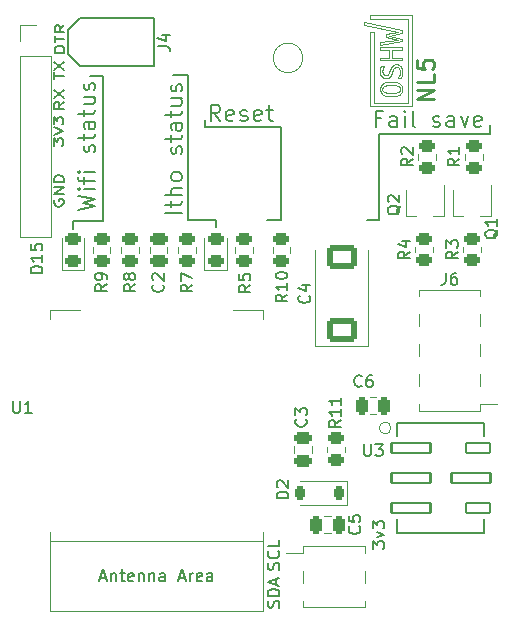
<source format=gto>
G04 #@! TF.GenerationSoftware,KiCad,Pcbnew,7.0.10*
G04 #@! TF.CreationDate,2024-02-15T21:55:24+01:00*
G04 #@! TF.ProjectId,ithowifi_4l,6974686f-7769-4666-995f-346c2e6b6963,rev?*
G04 #@! TF.SameCoordinates,Original*
G04 #@! TF.FileFunction,Legend,Top*
G04 #@! TF.FilePolarity,Positive*
%FSLAX46Y46*%
G04 Gerber Fmt 4.6, Leading zero omitted, Abs format (unit mm)*
G04 Created by KiCad (PCBNEW 7.0.10) date 2024-02-15 21:55:24*
%MOMM*%
%LPD*%
G01*
G04 APERTURE LIST*
G04 Aperture macros list*
%AMRoundRect*
0 Rectangle with rounded corners*
0 $1 Rounding radius*
0 $2 $3 $4 $5 $6 $7 $8 $9 X,Y pos of 4 corners*
0 Add a 4 corners polygon primitive as box body*
4,1,4,$2,$3,$4,$5,$6,$7,$8,$9,$2,$3,0*
0 Add four circle primitives for the rounded corners*
1,1,$1+$1,$2,$3*
1,1,$1+$1,$4,$5*
1,1,$1+$1,$6,$7*
1,1,$1+$1,$8,$9*
0 Add four rect primitives between the rounded corners*
20,1,$1+$1,$2,$3,$4,$5,0*
20,1,$1+$1,$4,$5,$6,$7,0*
20,1,$1+$1,$6,$7,$8,$9,0*
20,1,$1+$1,$8,$9,$2,$3,0*%
G04 Aperture macros list end*
%ADD10C,0.200000*%
%ADD11C,0.125000*%
%ADD12C,0.150000*%
%ADD13C,0.219726*%
%ADD14C,0.120000*%
%ADD15R,0.700000X1.000000*%
%ADD16RoundRect,0.250000X-0.450000X0.262500X-0.450000X-0.262500X0.450000X-0.262500X0.450000X0.262500X0*%
%ADD17R,1.700000X1.700000*%
%ADD18O,1.700000X1.700000*%
%ADD19R,1.500000X0.900000*%
%ADD20R,0.900000X1.500000*%
%ADD21R,1.050000X1.050000*%
%ADD22C,3.200000*%
%ADD23RoundRect,0.243750X0.456250X-0.243750X0.456250X0.243750X-0.456250X0.243750X-0.456250X-0.243750X0*%
%ADD24R,3.150000X1.000000*%
%ADD25C,0.990600*%
%ADD26C,0.787400*%
%ADD27R,0.750000X1.000000*%
%ADD28RoundRect,0.250000X0.250000X0.475000X-0.250000X0.475000X-0.250000X-0.475000X0.250000X-0.475000X0*%
%ADD29RoundRect,0.250000X0.450000X-0.262500X0.450000X0.262500X-0.450000X0.262500X-0.450000X-0.262500X0*%
%ADD30RoundRect,0.250000X0.475000X-0.250000X0.475000X0.250000X-0.475000X0.250000X-0.475000X-0.250000X0*%
%ADD31RoundRect,0.250000X1.025000X-0.787500X1.025000X0.787500X-1.025000X0.787500X-1.025000X-0.787500X0*%
%ADD32RoundRect,0.250000X-0.250000X-0.475000X0.250000X-0.475000X0.250000X0.475000X-0.250000X0.475000X0*%
%ADD33RoundRect,0.225000X0.225000X0.375000X-0.225000X0.375000X-0.225000X-0.375000X0.225000X-0.375000X0*%
%ADD34C,2.000000*%
%ADD35RoundRect,0.105000X-1.655000X0.420000X-1.655000X-0.420000X1.655000X-0.420000X1.655000X0.420000X0*%
%ADD36RoundRect,0.105000X-1.005000X0.420000X-1.005000X-0.420000X1.005000X-0.420000X1.005000X0.420000X0*%
%ADD37R,1.500000X5.080000*%
G04 APERTURE END LIST*
D10*
X114977578Y-114375533D02*
X114510911Y-114375533D01*
X114510911Y-115108866D02*
X114510911Y-113708866D01*
X114510911Y-113708866D02*
X115177578Y-113708866D01*
X116310911Y-115108866D02*
X116310911Y-114375533D01*
X116310911Y-114375533D02*
X116244244Y-114242200D01*
X116244244Y-114242200D02*
X116110911Y-114175533D01*
X116110911Y-114175533D02*
X115844244Y-114175533D01*
X115844244Y-114175533D02*
X115710911Y-114242200D01*
X116310911Y-115042200D02*
X116177578Y-115108866D01*
X116177578Y-115108866D02*
X115844244Y-115108866D01*
X115844244Y-115108866D02*
X115710911Y-115042200D01*
X115710911Y-115042200D02*
X115644244Y-114908866D01*
X115644244Y-114908866D02*
X115644244Y-114775533D01*
X115644244Y-114775533D02*
X115710911Y-114642200D01*
X115710911Y-114642200D02*
X115844244Y-114575533D01*
X115844244Y-114575533D02*
X116177578Y-114575533D01*
X116177578Y-114575533D02*
X116310911Y-114508866D01*
X116977578Y-115108866D02*
X116977578Y-114175533D01*
X116977578Y-113708866D02*
X116910911Y-113775533D01*
X116910911Y-113775533D02*
X116977578Y-113842200D01*
X116977578Y-113842200D02*
X117044245Y-113775533D01*
X117044245Y-113775533D02*
X116977578Y-113708866D01*
X116977578Y-113708866D02*
X116977578Y-113842200D01*
X117844245Y-115108866D02*
X117710912Y-115042200D01*
X117710912Y-115042200D02*
X117644245Y-114908866D01*
X117644245Y-114908866D02*
X117644245Y-113708866D01*
X119377578Y-115042200D02*
X119510912Y-115108866D01*
X119510912Y-115108866D02*
X119777578Y-115108866D01*
X119777578Y-115108866D02*
X119910912Y-115042200D01*
X119910912Y-115042200D02*
X119977578Y-114908866D01*
X119977578Y-114908866D02*
X119977578Y-114842200D01*
X119977578Y-114842200D02*
X119910912Y-114708866D01*
X119910912Y-114708866D02*
X119777578Y-114642200D01*
X119777578Y-114642200D02*
X119577578Y-114642200D01*
X119577578Y-114642200D02*
X119444245Y-114575533D01*
X119444245Y-114575533D02*
X119377578Y-114442200D01*
X119377578Y-114442200D02*
X119377578Y-114375533D01*
X119377578Y-114375533D02*
X119444245Y-114242200D01*
X119444245Y-114242200D02*
X119577578Y-114175533D01*
X119577578Y-114175533D02*
X119777578Y-114175533D01*
X119777578Y-114175533D02*
X119910912Y-114242200D01*
X121177578Y-115108866D02*
X121177578Y-114375533D01*
X121177578Y-114375533D02*
X121110911Y-114242200D01*
X121110911Y-114242200D02*
X120977578Y-114175533D01*
X120977578Y-114175533D02*
X120710911Y-114175533D01*
X120710911Y-114175533D02*
X120577578Y-114242200D01*
X121177578Y-115042200D02*
X121044245Y-115108866D01*
X121044245Y-115108866D02*
X120710911Y-115108866D01*
X120710911Y-115108866D02*
X120577578Y-115042200D01*
X120577578Y-115042200D02*
X120510911Y-114908866D01*
X120510911Y-114908866D02*
X120510911Y-114775533D01*
X120510911Y-114775533D02*
X120577578Y-114642200D01*
X120577578Y-114642200D02*
X120710911Y-114575533D01*
X120710911Y-114575533D02*
X121044245Y-114575533D01*
X121044245Y-114575533D02*
X121177578Y-114508866D01*
X121710912Y-114175533D02*
X122044245Y-115108866D01*
X122044245Y-115108866D02*
X122377578Y-114175533D01*
X123444245Y-115042200D02*
X123310912Y-115108866D01*
X123310912Y-115108866D02*
X123044245Y-115108866D01*
X123044245Y-115108866D02*
X122910912Y-115042200D01*
X122910912Y-115042200D02*
X122844245Y-114908866D01*
X122844245Y-114908866D02*
X122844245Y-114375533D01*
X122844245Y-114375533D02*
X122910912Y-114242200D01*
X122910912Y-114242200D02*
X123044245Y-114175533D01*
X123044245Y-114175533D02*
X123310912Y-114175533D01*
X123310912Y-114175533D02*
X123444245Y-114242200D01*
X123444245Y-114242200D02*
X123510912Y-114375533D01*
X123510912Y-114375533D02*
X123510912Y-114508866D01*
X123510912Y-114508866D02*
X122844245Y-114642200D01*
X98116266Y-122344088D02*
X96716266Y-122344088D01*
X97182933Y-121877421D02*
X97182933Y-121344088D01*
X96716266Y-121677421D02*
X97916266Y-121677421D01*
X97916266Y-121677421D02*
X98049600Y-121610755D01*
X98049600Y-121610755D02*
X98116266Y-121477421D01*
X98116266Y-121477421D02*
X98116266Y-121344088D01*
X98116266Y-120877421D02*
X96716266Y-120877421D01*
X98116266Y-120277421D02*
X97382933Y-120277421D01*
X97382933Y-120277421D02*
X97249600Y-120344088D01*
X97249600Y-120344088D02*
X97182933Y-120477421D01*
X97182933Y-120477421D02*
X97182933Y-120677421D01*
X97182933Y-120677421D02*
X97249600Y-120810755D01*
X97249600Y-120810755D02*
X97316266Y-120877421D01*
X98116266Y-119410754D02*
X98049600Y-119544088D01*
X98049600Y-119544088D02*
X97982933Y-119610754D01*
X97982933Y-119610754D02*
X97849600Y-119677421D01*
X97849600Y-119677421D02*
X97449600Y-119677421D01*
X97449600Y-119677421D02*
X97316266Y-119610754D01*
X97316266Y-119610754D02*
X97249600Y-119544088D01*
X97249600Y-119544088D02*
X97182933Y-119410754D01*
X97182933Y-119410754D02*
X97182933Y-119210754D01*
X97182933Y-119210754D02*
X97249600Y-119077421D01*
X97249600Y-119077421D02*
X97316266Y-119010754D01*
X97316266Y-119010754D02*
X97449600Y-118944088D01*
X97449600Y-118944088D02*
X97849600Y-118944088D01*
X97849600Y-118944088D02*
X97982933Y-119010754D01*
X97982933Y-119010754D02*
X98049600Y-119077421D01*
X98049600Y-119077421D02*
X98116266Y-119210754D01*
X98116266Y-119210754D02*
X98116266Y-119410754D01*
X98049600Y-117344087D02*
X98116266Y-117210754D01*
X98116266Y-117210754D02*
X98116266Y-116944087D01*
X98116266Y-116944087D02*
X98049600Y-116810754D01*
X98049600Y-116810754D02*
X97916266Y-116744087D01*
X97916266Y-116744087D02*
X97849600Y-116744087D01*
X97849600Y-116744087D02*
X97716266Y-116810754D01*
X97716266Y-116810754D02*
X97649600Y-116944087D01*
X97649600Y-116944087D02*
X97649600Y-117144087D01*
X97649600Y-117144087D02*
X97582933Y-117277420D01*
X97582933Y-117277420D02*
X97449600Y-117344087D01*
X97449600Y-117344087D02*
X97382933Y-117344087D01*
X97382933Y-117344087D02*
X97249600Y-117277420D01*
X97249600Y-117277420D02*
X97182933Y-117144087D01*
X97182933Y-117144087D02*
X97182933Y-116944087D01*
X97182933Y-116944087D02*
X97249600Y-116810754D01*
X97182933Y-116344087D02*
X97182933Y-115810754D01*
X96716266Y-116144087D02*
X97916266Y-116144087D01*
X97916266Y-116144087D02*
X98049600Y-116077421D01*
X98049600Y-116077421D02*
X98116266Y-115944087D01*
X98116266Y-115944087D02*
X98116266Y-115810754D01*
X98116266Y-114744087D02*
X97382933Y-114744087D01*
X97382933Y-114744087D02*
X97249600Y-114810754D01*
X97249600Y-114810754D02*
X97182933Y-114944087D01*
X97182933Y-114944087D02*
X97182933Y-115210754D01*
X97182933Y-115210754D02*
X97249600Y-115344087D01*
X98049600Y-114744087D02*
X98116266Y-114877421D01*
X98116266Y-114877421D02*
X98116266Y-115210754D01*
X98116266Y-115210754D02*
X98049600Y-115344087D01*
X98049600Y-115344087D02*
X97916266Y-115410754D01*
X97916266Y-115410754D02*
X97782933Y-115410754D01*
X97782933Y-115410754D02*
X97649600Y-115344087D01*
X97649600Y-115344087D02*
X97582933Y-115210754D01*
X97582933Y-115210754D02*
X97582933Y-114877421D01*
X97582933Y-114877421D02*
X97516266Y-114744087D01*
X97182933Y-114277420D02*
X97182933Y-113744087D01*
X96716266Y-114077420D02*
X97916266Y-114077420D01*
X97916266Y-114077420D02*
X98049600Y-114010754D01*
X98049600Y-114010754D02*
X98116266Y-113877420D01*
X98116266Y-113877420D02*
X98116266Y-113744087D01*
X97182933Y-112677420D02*
X98116266Y-112677420D01*
X97182933Y-113277420D02*
X97916266Y-113277420D01*
X97916266Y-113277420D02*
X98049600Y-113210754D01*
X98049600Y-113210754D02*
X98116266Y-113077420D01*
X98116266Y-113077420D02*
X98116266Y-112877420D01*
X98116266Y-112877420D02*
X98049600Y-112744087D01*
X98049600Y-112744087D02*
X97982933Y-112677420D01*
X98049600Y-112077420D02*
X98116266Y-111944087D01*
X98116266Y-111944087D02*
X98116266Y-111677420D01*
X98116266Y-111677420D02*
X98049600Y-111544087D01*
X98049600Y-111544087D02*
X97916266Y-111477420D01*
X97916266Y-111477420D02*
X97849600Y-111477420D01*
X97849600Y-111477420D02*
X97716266Y-111544087D01*
X97716266Y-111544087D02*
X97649600Y-111677420D01*
X97649600Y-111677420D02*
X97649600Y-111877420D01*
X97649600Y-111877420D02*
X97582933Y-112010753D01*
X97582933Y-112010753D02*
X97449600Y-112077420D01*
X97449600Y-112077420D02*
X97382933Y-112077420D01*
X97382933Y-112077420D02*
X97249600Y-112010753D01*
X97249600Y-112010753D02*
X97182933Y-111877420D01*
X97182933Y-111877420D02*
X97182933Y-111677420D01*
X97182933Y-111677420D02*
X97249600Y-111544087D01*
X101339911Y-114600766D02*
X100873244Y-113934100D01*
X100539911Y-114600766D02*
X100539911Y-113200766D01*
X100539911Y-113200766D02*
X101073244Y-113200766D01*
X101073244Y-113200766D02*
X101206578Y-113267433D01*
X101206578Y-113267433D02*
X101273244Y-113334100D01*
X101273244Y-113334100D02*
X101339911Y-113467433D01*
X101339911Y-113467433D02*
X101339911Y-113667433D01*
X101339911Y-113667433D02*
X101273244Y-113800766D01*
X101273244Y-113800766D02*
X101206578Y-113867433D01*
X101206578Y-113867433D02*
X101073244Y-113934100D01*
X101073244Y-113934100D02*
X100539911Y-113934100D01*
X102473244Y-114534100D02*
X102339911Y-114600766D01*
X102339911Y-114600766D02*
X102073244Y-114600766D01*
X102073244Y-114600766D02*
X101939911Y-114534100D01*
X101939911Y-114534100D02*
X101873244Y-114400766D01*
X101873244Y-114400766D02*
X101873244Y-113867433D01*
X101873244Y-113867433D02*
X101939911Y-113734100D01*
X101939911Y-113734100D02*
X102073244Y-113667433D01*
X102073244Y-113667433D02*
X102339911Y-113667433D01*
X102339911Y-113667433D02*
X102473244Y-113734100D01*
X102473244Y-113734100D02*
X102539911Y-113867433D01*
X102539911Y-113867433D02*
X102539911Y-114000766D01*
X102539911Y-114000766D02*
X101873244Y-114134100D01*
X103073244Y-114534100D02*
X103206578Y-114600766D01*
X103206578Y-114600766D02*
X103473244Y-114600766D01*
X103473244Y-114600766D02*
X103606578Y-114534100D01*
X103606578Y-114534100D02*
X103673244Y-114400766D01*
X103673244Y-114400766D02*
X103673244Y-114334100D01*
X103673244Y-114334100D02*
X103606578Y-114200766D01*
X103606578Y-114200766D02*
X103473244Y-114134100D01*
X103473244Y-114134100D02*
X103273244Y-114134100D01*
X103273244Y-114134100D02*
X103139911Y-114067433D01*
X103139911Y-114067433D02*
X103073244Y-113934100D01*
X103073244Y-113934100D02*
X103073244Y-113867433D01*
X103073244Y-113867433D02*
X103139911Y-113734100D01*
X103139911Y-113734100D02*
X103273244Y-113667433D01*
X103273244Y-113667433D02*
X103473244Y-113667433D01*
X103473244Y-113667433D02*
X103606578Y-113734100D01*
X104806577Y-114534100D02*
X104673244Y-114600766D01*
X104673244Y-114600766D02*
X104406577Y-114600766D01*
X104406577Y-114600766D02*
X104273244Y-114534100D01*
X104273244Y-114534100D02*
X104206577Y-114400766D01*
X104206577Y-114400766D02*
X104206577Y-113867433D01*
X104206577Y-113867433D02*
X104273244Y-113734100D01*
X104273244Y-113734100D02*
X104406577Y-113667433D01*
X104406577Y-113667433D02*
X104673244Y-113667433D01*
X104673244Y-113667433D02*
X104806577Y-113734100D01*
X104806577Y-113734100D02*
X104873244Y-113867433D01*
X104873244Y-113867433D02*
X104873244Y-114000766D01*
X104873244Y-114000766D02*
X104206577Y-114134100D01*
X105273244Y-113667433D02*
X105806577Y-113667433D01*
X105473244Y-113200766D02*
X105473244Y-114400766D01*
X105473244Y-114400766D02*
X105539911Y-114534100D01*
X105539911Y-114534100D02*
X105673244Y-114600766D01*
X105673244Y-114600766D02*
X105806577Y-114600766D01*
X89350266Y-122096422D02*
X90750266Y-121763088D01*
X90750266Y-121763088D02*
X89750266Y-121496422D01*
X89750266Y-121496422D02*
X90750266Y-121229755D01*
X90750266Y-121229755D02*
X89350266Y-120896422D01*
X90750266Y-120363088D02*
X89816933Y-120363088D01*
X89350266Y-120363088D02*
X89416933Y-120429755D01*
X89416933Y-120429755D02*
X89483600Y-120363088D01*
X89483600Y-120363088D02*
X89416933Y-120296422D01*
X89416933Y-120296422D02*
X89350266Y-120363088D01*
X89350266Y-120363088D02*
X89483600Y-120363088D01*
X89816933Y-119896421D02*
X89816933Y-119363088D01*
X90750266Y-119696421D02*
X89550266Y-119696421D01*
X89550266Y-119696421D02*
X89416933Y-119629755D01*
X89416933Y-119629755D02*
X89350266Y-119496421D01*
X89350266Y-119496421D02*
X89350266Y-119363088D01*
X90750266Y-118896421D02*
X89816933Y-118896421D01*
X89350266Y-118896421D02*
X89416933Y-118963088D01*
X89416933Y-118963088D02*
X89483600Y-118896421D01*
X89483600Y-118896421D02*
X89416933Y-118829755D01*
X89416933Y-118829755D02*
X89350266Y-118896421D01*
X89350266Y-118896421D02*
X89483600Y-118896421D01*
X90683600Y-117229754D02*
X90750266Y-117096421D01*
X90750266Y-117096421D02*
X90750266Y-116829754D01*
X90750266Y-116829754D02*
X90683600Y-116696421D01*
X90683600Y-116696421D02*
X90550266Y-116629754D01*
X90550266Y-116629754D02*
X90483600Y-116629754D01*
X90483600Y-116629754D02*
X90350266Y-116696421D01*
X90350266Y-116696421D02*
X90283600Y-116829754D01*
X90283600Y-116829754D02*
X90283600Y-117029754D01*
X90283600Y-117029754D02*
X90216933Y-117163087D01*
X90216933Y-117163087D02*
X90083600Y-117229754D01*
X90083600Y-117229754D02*
X90016933Y-117229754D01*
X90016933Y-117229754D02*
X89883600Y-117163087D01*
X89883600Y-117163087D02*
X89816933Y-117029754D01*
X89816933Y-117029754D02*
X89816933Y-116829754D01*
X89816933Y-116829754D02*
X89883600Y-116696421D01*
X89816933Y-116229754D02*
X89816933Y-115696421D01*
X89350266Y-116029754D02*
X90550266Y-116029754D01*
X90550266Y-116029754D02*
X90683600Y-115963088D01*
X90683600Y-115963088D02*
X90750266Y-115829754D01*
X90750266Y-115829754D02*
X90750266Y-115696421D01*
X90750266Y-114629754D02*
X90016933Y-114629754D01*
X90016933Y-114629754D02*
X89883600Y-114696421D01*
X89883600Y-114696421D02*
X89816933Y-114829754D01*
X89816933Y-114829754D02*
X89816933Y-115096421D01*
X89816933Y-115096421D02*
X89883600Y-115229754D01*
X90683600Y-114629754D02*
X90750266Y-114763088D01*
X90750266Y-114763088D02*
X90750266Y-115096421D01*
X90750266Y-115096421D02*
X90683600Y-115229754D01*
X90683600Y-115229754D02*
X90550266Y-115296421D01*
X90550266Y-115296421D02*
X90416933Y-115296421D01*
X90416933Y-115296421D02*
X90283600Y-115229754D01*
X90283600Y-115229754D02*
X90216933Y-115096421D01*
X90216933Y-115096421D02*
X90216933Y-114763088D01*
X90216933Y-114763088D02*
X90150266Y-114629754D01*
X89816933Y-114163087D02*
X89816933Y-113629754D01*
X89350266Y-113963087D02*
X90550266Y-113963087D01*
X90550266Y-113963087D02*
X90683600Y-113896421D01*
X90683600Y-113896421D02*
X90750266Y-113763087D01*
X90750266Y-113763087D02*
X90750266Y-113629754D01*
X89816933Y-112563087D02*
X90750266Y-112563087D01*
X89816933Y-113163087D02*
X90550266Y-113163087D01*
X90550266Y-113163087D02*
X90683600Y-113096421D01*
X90683600Y-113096421D02*
X90750266Y-112963087D01*
X90750266Y-112963087D02*
X90750266Y-112763087D01*
X90750266Y-112763087D02*
X90683600Y-112629754D01*
X90683600Y-112629754D02*
X90616933Y-112563087D01*
X90683600Y-111963087D02*
X90750266Y-111829754D01*
X90750266Y-111829754D02*
X90750266Y-111563087D01*
X90750266Y-111563087D02*
X90683600Y-111429754D01*
X90683600Y-111429754D02*
X90550266Y-111363087D01*
X90550266Y-111363087D02*
X90483600Y-111363087D01*
X90483600Y-111363087D02*
X90350266Y-111429754D01*
X90350266Y-111429754D02*
X90283600Y-111563087D01*
X90283600Y-111563087D02*
X90283600Y-111763087D01*
X90283600Y-111763087D02*
X90216933Y-111896420D01*
X90216933Y-111896420D02*
X90083600Y-111963087D01*
X90083600Y-111963087D02*
X90016933Y-111963087D01*
X90016933Y-111963087D02*
X89883600Y-111896420D01*
X89883600Y-111896420D02*
X89816933Y-111763087D01*
X89816933Y-111763087D02*
X89816933Y-111563087D01*
X89816933Y-111563087D02*
X89883600Y-111429754D01*
X98635000Y-110700000D02*
X98635000Y-122936000D01*
X98635000Y-110700000D02*
X97365000Y-110700000D01*
X98635000Y-122936000D02*
X100965000Y-122936000D01*
X100965000Y-123571000D02*
X100965000Y-122936000D01*
X114808000Y-122936000D02*
X113792000Y-122936000D01*
X114808000Y-122936000D02*
X114808000Y-115700000D01*
X124200000Y-115700000D02*
X124200000Y-114900000D01*
X114808000Y-115700000D02*
X124200000Y-115700000D01*
X105328500Y-122936000D02*
X106471500Y-122936000D01*
X100075000Y-115100000D02*
X100075000Y-114465000D01*
X100075000Y-115100000D02*
X106475000Y-115100000D01*
X106471500Y-122936000D02*
X106475000Y-115100000D01*
X88900000Y-123063000D02*
X91440000Y-123063000D01*
D11*
X114924121Y-108127604D02*
X114924121Y-108127604D01*
X116746770Y-107855554D02*
X114924121Y-108127604D01*
X116746770Y-107622204D02*
X116746770Y-107855554D01*
X115663870Y-107375604D02*
X116746770Y-107622204D01*
X116746770Y-107128004D02*
X115663870Y-107375604D01*
X116746770Y-106894705D02*
X116746770Y-107128004D01*
X113569970Y-106205954D02*
X116746770Y-106894705D01*
X113569970Y-106446304D02*
X113569970Y-106205954D01*
X116406070Y-107037654D02*
X113569970Y-106446304D01*
X115424620Y-107247654D02*
X116406070Y-107037654D01*
X115424620Y-107505054D02*
X115424620Y-107247654D01*
X116403620Y-107712554D02*
X115424620Y-107505054D01*
X114924121Y-107887254D02*
X116403620Y-107712554D01*
X114924121Y-108127604D02*
X114924121Y-107887254D01*
X114924121Y-109464705D02*
X114924121Y-109464705D01*
X116746770Y-109464705D02*
X114924121Y-109464705D01*
X116746770Y-109216754D02*
X116746770Y-109464705D01*
X115878720Y-109216754D02*
X116746770Y-109216754D01*
X115878720Y-108541854D02*
X115878720Y-109216754D01*
X116746770Y-108541854D02*
X115878720Y-108541854D01*
X116746770Y-108293904D02*
X116746770Y-108541854D01*
X114924121Y-108293904D02*
X116746770Y-108293904D01*
X114924121Y-108541854D02*
X114924121Y-108293904D01*
X115671220Y-108541854D02*
X114924121Y-108541854D01*
X115671220Y-109216754D02*
X115671220Y-108541854D01*
X114924121Y-109216754D02*
X115671220Y-109216754D01*
X114924121Y-109464705D02*
X114924121Y-109216754D01*
X114986820Y-109900069D02*
X114986520Y-109900069D01*
X114978670Y-109921499D02*
X114986820Y-109900069D01*
X114919820Y-110124954D02*
X114978670Y-109921499D01*
X114916020Y-110144219D02*
X114919820Y-110124954D01*
X114911921Y-110163744D02*
X114916020Y-110144219D01*
X114891570Y-110309959D02*
X114911921Y-110163744D01*
X114891570Y-110365024D02*
X114891570Y-110309959D01*
X114891570Y-110426604D02*
X114891570Y-110365024D01*
X114928220Y-110610524D02*
X114891570Y-110426604D01*
X115014470Y-110774639D02*
X114928220Y-110610524D01*
X115039170Y-110802034D02*
X115014470Y-110774639D01*
X115063570Y-110829434D02*
X115039170Y-110802034D01*
X115210070Y-110924920D02*
X115063570Y-110829434D01*
X115374720Y-110965615D02*
X115210070Y-110924920D01*
X115429770Y-110965615D02*
X115374720Y-110965615D01*
X115473470Y-110965615D02*
X115429770Y-110965615D01*
X115605020Y-110937124D02*
X115473470Y-110965615D01*
X115721670Y-110870124D02*
X115605020Y-110937124D01*
X115741220Y-110850864D02*
X115721670Y-110870124D01*
X115760470Y-110831874D02*
X115741220Y-110850864D01*
X115842370Y-110701399D02*
X115760470Y-110831874D01*
X115904770Y-110524529D02*
X115842370Y-110701399D01*
X115914270Y-110482209D02*
X115904770Y-110524529D01*
X115944920Y-110350649D02*
X115914270Y-110482209D01*
X115951420Y-110321349D02*
X115944920Y-110350649D01*
X115992121Y-110200364D02*
X115951420Y-110321349D01*
X116043670Y-110114649D02*
X115992121Y-110200364D01*
X116055870Y-110102709D02*
X116043670Y-110114649D01*
X116067820Y-110090774D02*
X116055870Y-110102709D01*
X116212370Y-110030819D02*
X116067820Y-110090774D01*
X116264720Y-110030819D02*
X116212370Y-110030819D01*
X116298120Y-110030819D02*
X116264720Y-110030819D01*
X116398220Y-110056864D02*
X116298120Y-110030819D01*
X116485020Y-110117354D02*
X116398220Y-110056864D01*
X116499120Y-110134444D02*
X116485020Y-110117354D01*
X116512970Y-110151809D02*
X116499120Y-110134444D01*
X116561220Y-110258959D02*
X116512970Y-110151809D01*
X116582120Y-110383474D02*
X116561220Y-110258959D01*
X116582120Y-110424974D02*
X116582120Y-110383474D01*
X116582120Y-110483029D02*
X116582120Y-110424974D01*
X116547420Y-110656909D02*
X116582120Y-110483029D01*
X116540620Y-110677794D02*
X116547420Y-110656909D01*
X116533571Y-110698684D02*
X116540620Y-110677794D01*
X116424771Y-110919225D02*
X116533571Y-110698684D01*
X116410120Y-110942549D02*
X116424771Y-110919225D01*
X116672470Y-110942549D02*
X116410120Y-110942549D01*
X116681420Y-110920849D02*
X116672470Y-110942549D01*
X116749770Y-110704384D02*
X116681420Y-110920849D01*
X116754370Y-110682684D02*
X116749770Y-110704384D01*
X116758970Y-110661249D02*
X116754370Y-110682684D01*
X116782320Y-110489534D02*
X116758970Y-110661249D01*
X116782320Y-110424974D02*
X116782320Y-110489534D01*
X116782320Y-110357434D02*
X116782320Y-110424974D01*
X116748121Y-110153979D02*
X116782320Y-110357434D01*
X116668370Y-109983079D02*
X116748121Y-110153979D01*
X116645620Y-109956224D02*
X116668370Y-109983079D01*
X116622820Y-109929369D02*
X116645620Y-109956224D01*
X116477970Y-109835509D02*
X116622820Y-109929369D01*
X116306220Y-109795089D02*
X116477970Y-109835509D01*
X116249020Y-109795089D02*
X116306220Y-109795089D01*
X116199371Y-109795089D02*
X116249020Y-109795089D01*
X116051270Y-109824389D02*
X116199371Y-109795089D01*
X115921070Y-109892749D02*
X116051270Y-109824389D01*
X115899870Y-109912279D02*
X115921070Y-109892749D01*
X115878470Y-109931814D02*
X115899870Y-109912279D01*
X115788670Y-110064459D02*
X115878470Y-109931814D01*
X115721670Y-110243224D02*
X115788670Y-110064459D01*
X115711920Y-110285814D02*
X115721670Y-110243224D01*
X115682620Y-110415209D02*
X115711920Y-110285814D01*
X115675270Y-110445589D02*
X115682620Y-110415209D01*
X115586870Y-110653115D02*
X115675270Y-110445589D01*
X115576270Y-110664229D02*
X115586870Y-110653115D01*
X115565670Y-110675354D02*
X115576270Y-110664229D01*
X115437920Y-110730154D02*
X115565670Y-110675354D01*
X115391820Y-110730154D02*
X115437920Y-110730154D01*
X115360870Y-110730154D02*
X115391820Y-110730154D01*
X115268120Y-110704924D02*
X115360870Y-110730154D01*
X115186720Y-110645784D02*
X115268120Y-110704924D01*
X115173421Y-110628694D02*
X115186720Y-110645784D01*
X115159620Y-110611874D02*
X115173421Y-110628694D01*
X115112120Y-110509069D02*
X115159620Y-110611874D01*
X115091520Y-110382114D02*
X115112120Y-110509069D01*
X115091520Y-110352819D02*
X115091520Y-110382114D01*
X115091520Y-110333829D02*
X115091520Y-110352819D01*
X115121920Y-110144489D02*
X115091520Y-110333829D01*
X115128120Y-110125764D02*
X115121920Y-110144489D01*
X115134120Y-110107049D02*
X115128120Y-110125764D01*
X115224720Y-109918794D02*
X115134120Y-110107049D01*
X115236920Y-109900069D02*
X115224720Y-109918794D01*
X114986520Y-109900069D02*
X115236920Y-109900069D01*
X115837221Y-111277299D02*
X115837221Y-111277299D01*
X115733070Y-111277299D02*
X115837221Y-111277299D01*
X115420570Y-111315275D02*
X115733070Y-111277299D01*
X115164470Y-111403439D02*
X115420570Y-111315275D01*
X115125420Y-111428659D02*
X115164470Y-111403439D01*
X115086370Y-111453889D02*
X115125420Y-111428659D01*
X114949620Y-111618549D02*
X115086370Y-111453889D01*
X114891020Y-111820375D02*
X114949620Y-111618549D01*
X114891020Y-111887649D02*
X114891020Y-111820375D01*
X114891020Y-111954924D02*
X114891020Y-111887649D01*
X114949620Y-112156204D02*
X114891020Y-111954924D01*
X115086370Y-112321404D02*
X114949620Y-112156204D01*
X115125420Y-112346634D02*
X115086370Y-112321404D01*
X115164470Y-112371864D02*
X115125420Y-112346634D01*
X115420570Y-112459479D02*
X115164470Y-112371864D01*
X115733070Y-112496919D02*
X115420570Y-112459479D01*
X115837221Y-112496919D02*
X115733070Y-112496919D01*
X115941370Y-112496919D02*
X115837221Y-112496919D01*
X116254170Y-112459479D02*
X115941370Y-112496919D01*
X116509671Y-112371864D02*
X116254170Y-112459479D01*
X116548770Y-112346634D02*
X116509671Y-112371864D01*
X116587570Y-112321674D02*
X116548770Y-112346634D01*
X116723470Y-112157014D02*
X116587570Y-112321674D01*
X116782070Y-111955194D02*
X116723470Y-112157014D01*
X116782070Y-111887649D02*
X116782070Y-111955194D01*
X116782070Y-111820375D02*
X116782070Y-111887649D01*
X116723470Y-111618549D02*
X116782070Y-111820375D01*
X116586720Y-111453889D02*
X116723470Y-111618549D01*
X116547670Y-111428659D02*
X116586720Y-111453889D01*
X116508620Y-111403439D02*
X116547670Y-111428659D01*
X116252820Y-111315275D02*
X116508620Y-111403439D01*
X115941120Y-111277299D02*
X116252820Y-111315275D01*
X115837221Y-111277299D02*
X115941120Y-111277299D01*
X115837221Y-111534999D02*
X115837221Y-111534999D01*
X115923220Y-111534999D02*
X115837221Y-111534999D01*
X116181470Y-111555889D02*
X115923220Y-111534999D01*
X116382220Y-111604174D02*
X116181470Y-111555889D01*
X116410970Y-111618009D02*
X116382220Y-111604174D01*
X116439420Y-111631844D02*
X116410970Y-111618009D01*
X116538970Y-111726514D02*
X116439420Y-111631844D01*
X116581871Y-111847499D02*
X116538970Y-111726514D01*
X116581871Y-111887649D02*
X116581871Y-111847499D01*
X116581871Y-111928069D02*
X116581871Y-111887649D01*
X116538720Y-112048779D02*
X116581871Y-111928069D01*
X116438070Y-112143725D02*
X116538720Y-112048779D01*
X116409620Y-112157559D02*
X116438070Y-112143725D01*
X116380870Y-112171399D02*
X116409620Y-112157559D01*
X116180370Y-112218869D02*
X116380870Y-112171399D01*
X115922971Y-112239209D02*
X116180370Y-112218869D01*
X115837221Y-112239209D02*
X115922971Y-112239209D01*
X115750970Y-112239209D02*
X115837221Y-112239209D01*
X115492970Y-112218869D02*
X115750970Y-112239209D01*
X115291970Y-112171399D02*
X115492970Y-112218869D01*
X115263470Y-112157559D02*
X115291970Y-112171399D01*
X115234720Y-112143725D02*
X115263470Y-112157559D01*
X115134120Y-112048779D02*
X115234720Y-112143725D01*
X114026820Y-113338114D02*
X117571710Y-113338114D01*
X114026820Y-105652554D02*
X114026820Y-105958554D01*
X117571710Y-105652554D02*
X114026820Y-105652554D01*
X115091221Y-111928069D02*
X115134120Y-112048779D01*
X115091221Y-111887649D02*
X115091221Y-111928069D01*
X115091221Y-111847499D02*
X115091221Y-111887649D01*
X115134120Y-111726514D02*
X115091221Y-111847499D01*
X115234720Y-111631844D02*
X115134120Y-111726514D01*
X115263470Y-111618009D02*
X115234720Y-111631844D01*
X114339320Y-113025614D02*
X114339320Y-107018404D01*
X117259210Y-113025614D02*
X114339320Y-113025614D01*
X117571710Y-113338114D02*
X117571710Y-105652554D01*
X117259210Y-105965054D02*
X117259210Y-113025614D01*
X114026820Y-105958554D02*
X117259210Y-105965054D01*
X114026820Y-107018404D02*
X114026820Y-113338114D01*
X114339320Y-107018404D02*
X114026820Y-107018404D01*
X115291970Y-111604174D02*
X115263470Y-111618009D01*
X115492970Y-111555889D02*
X115291970Y-111604174D01*
X115750970Y-111534999D02*
X115492970Y-111555889D01*
X115837221Y-111534999D02*
X115750970Y-111534999D01*
X114026820Y-113338114D02*
X114026820Y-113338114D01*
D10*
X90360500Y-110800000D02*
X91440000Y-110800000D01*
X88900000Y-123698000D02*
X88900000Y-123063000D01*
X91440000Y-110800000D02*
X91440000Y-123063000D01*
D12*
X87319295Y-111048704D02*
X87319295Y-110477276D01*
X88119295Y-110762990D02*
X87319295Y-110762990D01*
X87319295Y-110239180D02*
X88119295Y-109572514D01*
X87319295Y-109572514D02*
X88119295Y-110239180D01*
X87268495Y-116681094D02*
X87268495Y-116062047D01*
X87268495Y-116062047D02*
X87573257Y-116395380D01*
X87573257Y-116395380D02*
X87573257Y-116252523D01*
X87573257Y-116252523D02*
X87611352Y-116157285D01*
X87611352Y-116157285D02*
X87649447Y-116109666D01*
X87649447Y-116109666D02*
X87725638Y-116062047D01*
X87725638Y-116062047D02*
X87916114Y-116062047D01*
X87916114Y-116062047D02*
X87992304Y-116109666D01*
X87992304Y-116109666D02*
X88030400Y-116157285D01*
X88030400Y-116157285D02*
X88068495Y-116252523D01*
X88068495Y-116252523D02*
X88068495Y-116538237D01*
X88068495Y-116538237D02*
X88030400Y-116633475D01*
X88030400Y-116633475D02*
X87992304Y-116681094D01*
X87268495Y-115776332D02*
X88068495Y-115442999D01*
X88068495Y-115442999D02*
X87268495Y-115109666D01*
X87268495Y-114871570D02*
X87268495Y-114252523D01*
X87268495Y-114252523D02*
X87573257Y-114585856D01*
X87573257Y-114585856D02*
X87573257Y-114442999D01*
X87573257Y-114442999D02*
X87611352Y-114347761D01*
X87611352Y-114347761D02*
X87649447Y-114300142D01*
X87649447Y-114300142D02*
X87725638Y-114252523D01*
X87725638Y-114252523D02*
X87916114Y-114252523D01*
X87916114Y-114252523D02*
X87992304Y-114300142D01*
X87992304Y-114300142D02*
X88030400Y-114347761D01*
X88030400Y-114347761D02*
X88068495Y-114442999D01*
X88068495Y-114442999D02*
X88068495Y-114728713D01*
X88068495Y-114728713D02*
X88030400Y-114823951D01*
X88030400Y-114823951D02*
X87992304Y-114871570D01*
X87331990Y-121259504D02*
X87293895Y-121354742D01*
X87293895Y-121354742D02*
X87293895Y-121497599D01*
X87293895Y-121497599D02*
X87331990Y-121640456D01*
X87331990Y-121640456D02*
X87408180Y-121735694D01*
X87408180Y-121735694D02*
X87484371Y-121783313D01*
X87484371Y-121783313D02*
X87636752Y-121830932D01*
X87636752Y-121830932D02*
X87751038Y-121830932D01*
X87751038Y-121830932D02*
X87903419Y-121783313D01*
X87903419Y-121783313D02*
X87979609Y-121735694D01*
X87979609Y-121735694D02*
X88055800Y-121640456D01*
X88055800Y-121640456D02*
X88093895Y-121497599D01*
X88093895Y-121497599D02*
X88093895Y-121402361D01*
X88093895Y-121402361D02*
X88055800Y-121259504D01*
X88055800Y-121259504D02*
X88017704Y-121211885D01*
X88017704Y-121211885D02*
X87751038Y-121211885D01*
X87751038Y-121211885D02*
X87751038Y-121402361D01*
X88093895Y-120783313D02*
X87293895Y-120783313D01*
X87293895Y-120783313D02*
X88093895Y-120211885D01*
X88093895Y-120211885D02*
X87293895Y-120211885D01*
X88093895Y-119735694D02*
X87293895Y-119735694D01*
X87293895Y-119735694D02*
X87293895Y-119497599D01*
X87293895Y-119497599D02*
X87331990Y-119354742D01*
X87331990Y-119354742D02*
X87408180Y-119259504D01*
X87408180Y-119259504D02*
X87484371Y-119211885D01*
X87484371Y-119211885D02*
X87636752Y-119164266D01*
X87636752Y-119164266D02*
X87751038Y-119164266D01*
X87751038Y-119164266D02*
X87903419Y-119211885D01*
X87903419Y-119211885D02*
X87979609Y-119259504D01*
X87979609Y-119259504D02*
X88055800Y-119354742D01*
X88055800Y-119354742D02*
X88093895Y-119497599D01*
X88093895Y-119497599D02*
X88093895Y-119735694D01*
X88093895Y-112968066D02*
X87712942Y-113301399D01*
X88093895Y-113539494D02*
X87293895Y-113539494D01*
X87293895Y-113539494D02*
X87293895Y-113158542D01*
X87293895Y-113158542D02*
X87331990Y-113063304D01*
X87331990Y-113063304D02*
X87370085Y-113015685D01*
X87370085Y-113015685D02*
X87446276Y-112968066D01*
X87446276Y-112968066D02*
X87560561Y-112968066D01*
X87560561Y-112968066D02*
X87636752Y-113015685D01*
X87636752Y-113015685D02*
X87674847Y-113063304D01*
X87674847Y-113063304D02*
X87712942Y-113158542D01*
X87712942Y-113158542D02*
X87712942Y-113539494D01*
X87293895Y-112634732D02*
X88093895Y-111968066D01*
X87293895Y-111968066D02*
X88093895Y-112634732D01*
X106325200Y-152574475D02*
X106372819Y-152431618D01*
X106372819Y-152431618D02*
X106372819Y-152193523D01*
X106372819Y-152193523D02*
X106325200Y-152098285D01*
X106325200Y-152098285D02*
X106277580Y-152050666D01*
X106277580Y-152050666D02*
X106182342Y-152003047D01*
X106182342Y-152003047D02*
X106087104Y-152003047D01*
X106087104Y-152003047D02*
X105991866Y-152050666D01*
X105991866Y-152050666D02*
X105944247Y-152098285D01*
X105944247Y-152098285D02*
X105896628Y-152193523D01*
X105896628Y-152193523D02*
X105849009Y-152383999D01*
X105849009Y-152383999D02*
X105801390Y-152479237D01*
X105801390Y-152479237D02*
X105753771Y-152526856D01*
X105753771Y-152526856D02*
X105658533Y-152574475D01*
X105658533Y-152574475D02*
X105563295Y-152574475D01*
X105563295Y-152574475D02*
X105468057Y-152526856D01*
X105468057Y-152526856D02*
X105420438Y-152479237D01*
X105420438Y-152479237D02*
X105372819Y-152383999D01*
X105372819Y-152383999D02*
X105372819Y-152145904D01*
X105372819Y-152145904D02*
X105420438Y-152003047D01*
X106277580Y-151003047D02*
X106325200Y-151050666D01*
X106325200Y-151050666D02*
X106372819Y-151193523D01*
X106372819Y-151193523D02*
X106372819Y-151288761D01*
X106372819Y-151288761D02*
X106325200Y-151431618D01*
X106325200Y-151431618D02*
X106229961Y-151526856D01*
X106229961Y-151526856D02*
X106134723Y-151574475D01*
X106134723Y-151574475D02*
X105944247Y-151622094D01*
X105944247Y-151622094D02*
X105801390Y-151622094D01*
X105801390Y-151622094D02*
X105610914Y-151574475D01*
X105610914Y-151574475D02*
X105515676Y-151526856D01*
X105515676Y-151526856D02*
X105420438Y-151431618D01*
X105420438Y-151431618D02*
X105372819Y-151288761D01*
X105372819Y-151288761D02*
X105372819Y-151193523D01*
X105372819Y-151193523D02*
X105420438Y-151050666D01*
X105420438Y-151050666D02*
X105468057Y-151003047D01*
X106372819Y-150098285D02*
X106372819Y-150574475D01*
X106372819Y-150574475D02*
X105372819Y-150574475D01*
X106325200Y-155782285D02*
X106372819Y-155639428D01*
X106372819Y-155639428D02*
X106372819Y-155401333D01*
X106372819Y-155401333D02*
X106325200Y-155306095D01*
X106325200Y-155306095D02*
X106277580Y-155258476D01*
X106277580Y-155258476D02*
X106182342Y-155210857D01*
X106182342Y-155210857D02*
X106087104Y-155210857D01*
X106087104Y-155210857D02*
X105991866Y-155258476D01*
X105991866Y-155258476D02*
X105944247Y-155306095D01*
X105944247Y-155306095D02*
X105896628Y-155401333D01*
X105896628Y-155401333D02*
X105849009Y-155591809D01*
X105849009Y-155591809D02*
X105801390Y-155687047D01*
X105801390Y-155687047D02*
X105753771Y-155734666D01*
X105753771Y-155734666D02*
X105658533Y-155782285D01*
X105658533Y-155782285D02*
X105563295Y-155782285D01*
X105563295Y-155782285D02*
X105468057Y-155734666D01*
X105468057Y-155734666D02*
X105420438Y-155687047D01*
X105420438Y-155687047D02*
X105372819Y-155591809D01*
X105372819Y-155591809D02*
X105372819Y-155353714D01*
X105372819Y-155353714D02*
X105420438Y-155210857D01*
X106372819Y-154782285D02*
X105372819Y-154782285D01*
X105372819Y-154782285D02*
X105372819Y-154544190D01*
X105372819Y-154544190D02*
X105420438Y-154401333D01*
X105420438Y-154401333D02*
X105515676Y-154306095D01*
X105515676Y-154306095D02*
X105610914Y-154258476D01*
X105610914Y-154258476D02*
X105801390Y-154210857D01*
X105801390Y-154210857D02*
X105944247Y-154210857D01*
X105944247Y-154210857D02*
X106134723Y-154258476D01*
X106134723Y-154258476D02*
X106229961Y-154306095D01*
X106229961Y-154306095D02*
X106325200Y-154401333D01*
X106325200Y-154401333D02*
X106372819Y-154544190D01*
X106372819Y-154544190D02*
X106372819Y-154782285D01*
X106087104Y-153829904D02*
X106087104Y-153353714D01*
X106372819Y-153925142D02*
X105372819Y-153591809D01*
X105372819Y-153591809D02*
X106372819Y-153258476D01*
X114262819Y-150796475D02*
X114262819Y-150177428D01*
X114262819Y-150177428D02*
X114643771Y-150510761D01*
X114643771Y-150510761D02*
X114643771Y-150367904D01*
X114643771Y-150367904D02*
X114691390Y-150272666D01*
X114691390Y-150272666D02*
X114739009Y-150225047D01*
X114739009Y-150225047D02*
X114834247Y-150177428D01*
X114834247Y-150177428D02*
X115072342Y-150177428D01*
X115072342Y-150177428D02*
X115167580Y-150225047D01*
X115167580Y-150225047D02*
X115215200Y-150272666D01*
X115215200Y-150272666D02*
X115262819Y-150367904D01*
X115262819Y-150367904D02*
X115262819Y-150653618D01*
X115262819Y-150653618D02*
X115215200Y-150748856D01*
X115215200Y-150748856D02*
X115167580Y-150796475D01*
X114596152Y-149844094D02*
X115262819Y-149605999D01*
X115262819Y-149605999D02*
X114596152Y-149367904D01*
X114262819Y-149082189D02*
X114262819Y-148463142D01*
X114262819Y-148463142D02*
X114643771Y-148796475D01*
X114643771Y-148796475D02*
X114643771Y-148653618D01*
X114643771Y-148653618D02*
X114691390Y-148558380D01*
X114691390Y-148558380D02*
X114739009Y-148510761D01*
X114739009Y-148510761D02*
X114834247Y-148463142D01*
X114834247Y-148463142D02*
X115072342Y-148463142D01*
X115072342Y-148463142D02*
X115167580Y-148510761D01*
X115167580Y-148510761D02*
X115215200Y-148558380D01*
X115215200Y-148558380D02*
X115262819Y-148653618D01*
X115262819Y-148653618D02*
X115262819Y-148939332D01*
X115262819Y-148939332D02*
X115215200Y-149034570D01*
X115215200Y-149034570D02*
X115167580Y-149082189D01*
X86306819Y-127452285D02*
X85306819Y-127452285D01*
X85306819Y-127452285D02*
X85306819Y-127214190D01*
X85306819Y-127214190D02*
X85354438Y-127071333D01*
X85354438Y-127071333D02*
X85449676Y-126976095D01*
X85449676Y-126976095D02*
X85544914Y-126928476D01*
X85544914Y-126928476D02*
X85735390Y-126880857D01*
X85735390Y-126880857D02*
X85878247Y-126880857D01*
X85878247Y-126880857D02*
X86068723Y-126928476D01*
X86068723Y-126928476D02*
X86163961Y-126976095D01*
X86163961Y-126976095D02*
X86259200Y-127071333D01*
X86259200Y-127071333D02*
X86306819Y-127214190D01*
X86306819Y-127214190D02*
X86306819Y-127452285D01*
X86306819Y-125928476D02*
X86306819Y-126499904D01*
X86306819Y-126214190D02*
X85306819Y-126214190D01*
X85306819Y-126214190D02*
X85449676Y-126309428D01*
X85449676Y-126309428D02*
X85544914Y-126404666D01*
X85544914Y-126404666D02*
X85592533Y-126499904D01*
X85306819Y-125023714D02*
X85306819Y-125499904D01*
X85306819Y-125499904D02*
X85783009Y-125547523D01*
X85783009Y-125547523D02*
X85735390Y-125499904D01*
X85735390Y-125499904D02*
X85687771Y-125404666D01*
X85687771Y-125404666D02*
X85687771Y-125166571D01*
X85687771Y-125166571D02*
X85735390Y-125071333D01*
X85735390Y-125071333D02*
X85783009Y-125023714D01*
X85783009Y-125023714D02*
X85878247Y-124976095D01*
X85878247Y-124976095D02*
X86116342Y-124976095D01*
X86116342Y-124976095D02*
X86211580Y-125023714D01*
X86211580Y-125023714D02*
X86259200Y-125071333D01*
X86259200Y-125071333D02*
X86306819Y-125166571D01*
X86306819Y-125166571D02*
X86306819Y-125404666D01*
X86306819Y-125404666D02*
X86259200Y-125499904D01*
X86259200Y-125499904D02*
X86211580Y-125547523D01*
D13*
X119417240Y-112722110D02*
X118017240Y-112722110D01*
X118017240Y-112722110D02*
X119417240Y-111922110D01*
X119417240Y-111922110D02*
X118017240Y-111922110D01*
X119417240Y-110588777D02*
X119417240Y-111255443D01*
X119417240Y-111255443D02*
X118017240Y-111255443D01*
X118017240Y-109455444D02*
X118017240Y-110122110D01*
X118017240Y-110122110D02*
X118683907Y-110188777D01*
X118683907Y-110188777D02*
X118617240Y-110122110D01*
X118617240Y-110122110D02*
X118550574Y-109988777D01*
X118550574Y-109988777D02*
X118550574Y-109655444D01*
X118550574Y-109655444D02*
X118617240Y-109522110D01*
X118617240Y-109522110D02*
X118683907Y-109455444D01*
X118683907Y-109455444D02*
X118817240Y-109388777D01*
X118817240Y-109388777D02*
X119150574Y-109388777D01*
X119150574Y-109388777D02*
X119283907Y-109455444D01*
X119283907Y-109455444D02*
X119350574Y-109522110D01*
X119350574Y-109522110D02*
X119417240Y-109655444D01*
X119417240Y-109655444D02*
X119417240Y-109988777D01*
X119417240Y-109988777D02*
X119350574Y-110122110D01*
X119350574Y-110122110D02*
X119283907Y-110188777D01*
D12*
X88144695Y-108788056D02*
X87344695Y-108788056D01*
X87344695Y-108788056D02*
X87344695Y-108549961D01*
X87344695Y-108549961D02*
X87382790Y-108407104D01*
X87382790Y-108407104D02*
X87458980Y-108311866D01*
X87458980Y-108311866D02*
X87535171Y-108264247D01*
X87535171Y-108264247D02*
X87687552Y-108216628D01*
X87687552Y-108216628D02*
X87801838Y-108216628D01*
X87801838Y-108216628D02*
X87954219Y-108264247D01*
X87954219Y-108264247D02*
X88030409Y-108311866D01*
X88030409Y-108311866D02*
X88106600Y-108407104D01*
X88106600Y-108407104D02*
X88144695Y-108549961D01*
X88144695Y-108549961D02*
X88144695Y-108788056D01*
X87344695Y-107930913D02*
X87344695Y-107359485D01*
X88144695Y-107645199D02*
X87344695Y-107645199D01*
X88144695Y-106454723D02*
X87763742Y-106788056D01*
X88144695Y-107026151D02*
X87344695Y-107026151D01*
X87344695Y-107026151D02*
X87344695Y-106645199D01*
X87344695Y-106645199D02*
X87382790Y-106549961D01*
X87382790Y-106549961D02*
X87420885Y-106502342D01*
X87420885Y-106502342D02*
X87497076Y-106454723D01*
X87497076Y-106454723D02*
X87611361Y-106454723D01*
X87611361Y-106454723D02*
X87687552Y-106502342D01*
X87687552Y-106502342D02*
X87725647Y-106549961D01*
X87725647Y-106549961D02*
X87763742Y-106645199D01*
X87763742Y-106645199D02*
X87763742Y-107026151D01*
X116628057Y-121761238D02*
X116580438Y-121856476D01*
X116580438Y-121856476D02*
X116485200Y-121951714D01*
X116485200Y-121951714D02*
X116342342Y-122094571D01*
X116342342Y-122094571D02*
X116294723Y-122189809D01*
X116294723Y-122189809D02*
X116294723Y-122285047D01*
X116532819Y-122237428D02*
X116485200Y-122332666D01*
X116485200Y-122332666D02*
X116389961Y-122427904D01*
X116389961Y-122427904D02*
X116199485Y-122475523D01*
X116199485Y-122475523D02*
X115866152Y-122475523D01*
X115866152Y-122475523D02*
X115675676Y-122427904D01*
X115675676Y-122427904D02*
X115580438Y-122332666D01*
X115580438Y-122332666D02*
X115532819Y-122237428D01*
X115532819Y-122237428D02*
X115532819Y-122046952D01*
X115532819Y-122046952D02*
X115580438Y-121951714D01*
X115580438Y-121951714D02*
X115675676Y-121856476D01*
X115675676Y-121856476D02*
X115866152Y-121808857D01*
X115866152Y-121808857D02*
X116199485Y-121808857D01*
X116199485Y-121808857D02*
X116389961Y-121856476D01*
X116389961Y-121856476D02*
X116485200Y-121951714D01*
X116485200Y-121951714D02*
X116532819Y-122046952D01*
X116532819Y-122046952D02*
X116532819Y-122237428D01*
X115628057Y-121427904D02*
X115580438Y-121380285D01*
X115580438Y-121380285D02*
X115532819Y-121285047D01*
X115532819Y-121285047D02*
X115532819Y-121046952D01*
X115532819Y-121046952D02*
X115580438Y-120951714D01*
X115580438Y-120951714D02*
X115628057Y-120904095D01*
X115628057Y-120904095D02*
X115723295Y-120856476D01*
X115723295Y-120856476D02*
X115818533Y-120856476D01*
X115818533Y-120856476D02*
X115961390Y-120904095D01*
X115961390Y-120904095D02*
X116532819Y-121475523D01*
X116532819Y-121475523D02*
X116532819Y-120856476D01*
X117675819Y-117768666D02*
X117199628Y-118101999D01*
X117675819Y-118340094D02*
X116675819Y-118340094D01*
X116675819Y-118340094D02*
X116675819Y-117959142D01*
X116675819Y-117959142D02*
X116723438Y-117863904D01*
X116723438Y-117863904D02*
X116771057Y-117816285D01*
X116771057Y-117816285D02*
X116866295Y-117768666D01*
X116866295Y-117768666D02*
X117009152Y-117768666D01*
X117009152Y-117768666D02*
X117104390Y-117816285D01*
X117104390Y-117816285D02*
X117152009Y-117863904D01*
X117152009Y-117863904D02*
X117199628Y-117959142D01*
X117199628Y-117959142D02*
X117199628Y-118340094D01*
X116771057Y-117387713D02*
X116723438Y-117340094D01*
X116723438Y-117340094D02*
X116675819Y-117244856D01*
X116675819Y-117244856D02*
X116675819Y-117006761D01*
X116675819Y-117006761D02*
X116723438Y-116911523D01*
X116723438Y-116911523D02*
X116771057Y-116863904D01*
X116771057Y-116863904D02*
X116866295Y-116816285D01*
X116866295Y-116816285D02*
X116961533Y-116816285D01*
X116961533Y-116816285D02*
X117104390Y-116863904D01*
X117104390Y-116863904D02*
X117675819Y-117435332D01*
X117675819Y-117435332D02*
X117675819Y-116816285D01*
X83820095Y-138291219D02*
X83820095Y-139100742D01*
X83820095Y-139100742D02*
X83867714Y-139195980D01*
X83867714Y-139195980D02*
X83915333Y-139243600D01*
X83915333Y-139243600D02*
X84010571Y-139291219D01*
X84010571Y-139291219D02*
X84201047Y-139291219D01*
X84201047Y-139291219D02*
X84296285Y-139243600D01*
X84296285Y-139243600D02*
X84343904Y-139195980D01*
X84343904Y-139195980D02*
X84391523Y-139100742D01*
X84391523Y-139100742D02*
X84391523Y-138291219D01*
X85391523Y-139291219D02*
X84820095Y-139291219D01*
X85105809Y-139291219D02*
X85105809Y-138291219D01*
X85105809Y-138291219D02*
X85010571Y-138434076D01*
X85010571Y-138434076D02*
X84915333Y-138529314D01*
X84915333Y-138529314D02*
X84820095Y-138576933D01*
X91215694Y-153272704D02*
X91691884Y-153272704D01*
X91120456Y-153558419D02*
X91453789Y-152558419D01*
X91453789Y-152558419D02*
X91787122Y-153558419D01*
X92120456Y-152891752D02*
X92120456Y-153558419D01*
X92120456Y-152986990D02*
X92168075Y-152939371D01*
X92168075Y-152939371D02*
X92263313Y-152891752D01*
X92263313Y-152891752D02*
X92406170Y-152891752D01*
X92406170Y-152891752D02*
X92501408Y-152939371D01*
X92501408Y-152939371D02*
X92549027Y-153034609D01*
X92549027Y-153034609D02*
X92549027Y-153558419D01*
X92882361Y-152891752D02*
X93263313Y-152891752D01*
X93025218Y-152558419D02*
X93025218Y-153415561D01*
X93025218Y-153415561D02*
X93072837Y-153510800D01*
X93072837Y-153510800D02*
X93168075Y-153558419D01*
X93168075Y-153558419D02*
X93263313Y-153558419D01*
X93977599Y-153510800D02*
X93882361Y-153558419D01*
X93882361Y-153558419D02*
X93691885Y-153558419D01*
X93691885Y-153558419D02*
X93596647Y-153510800D01*
X93596647Y-153510800D02*
X93549028Y-153415561D01*
X93549028Y-153415561D02*
X93549028Y-153034609D01*
X93549028Y-153034609D02*
X93596647Y-152939371D01*
X93596647Y-152939371D02*
X93691885Y-152891752D01*
X93691885Y-152891752D02*
X93882361Y-152891752D01*
X93882361Y-152891752D02*
X93977599Y-152939371D01*
X93977599Y-152939371D02*
X94025218Y-153034609D01*
X94025218Y-153034609D02*
X94025218Y-153129847D01*
X94025218Y-153129847D02*
X93549028Y-153225085D01*
X94453790Y-152891752D02*
X94453790Y-153558419D01*
X94453790Y-152986990D02*
X94501409Y-152939371D01*
X94501409Y-152939371D02*
X94596647Y-152891752D01*
X94596647Y-152891752D02*
X94739504Y-152891752D01*
X94739504Y-152891752D02*
X94834742Y-152939371D01*
X94834742Y-152939371D02*
X94882361Y-153034609D01*
X94882361Y-153034609D02*
X94882361Y-153558419D01*
X95358552Y-152891752D02*
X95358552Y-153558419D01*
X95358552Y-152986990D02*
X95406171Y-152939371D01*
X95406171Y-152939371D02*
X95501409Y-152891752D01*
X95501409Y-152891752D02*
X95644266Y-152891752D01*
X95644266Y-152891752D02*
X95739504Y-152939371D01*
X95739504Y-152939371D02*
X95787123Y-153034609D01*
X95787123Y-153034609D02*
X95787123Y-153558419D01*
X96691885Y-153558419D02*
X96691885Y-153034609D01*
X96691885Y-153034609D02*
X96644266Y-152939371D01*
X96644266Y-152939371D02*
X96549028Y-152891752D01*
X96549028Y-152891752D02*
X96358552Y-152891752D01*
X96358552Y-152891752D02*
X96263314Y-152939371D01*
X96691885Y-153510800D02*
X96596647Y-153558419D01*
X96596647Y-153558419D02*
X96358552Y-153558419D01*
X96358552Y-153558419D02*
X96263314Y-153510800D01*
X96263314Y-153510800D02*
X96215695Y-153415561D01*
X96215695Y-153415561D02*
X96215695Y-153320323D01*
X96215695Y-153320323D02*
X96263314Y-153225085D01*
X96263314Y-153225085D02*
X96358552Y-153177466D01*
X96358552Y-153177466D02*
X96596647Y-153177466D01*
X96596647Y-153177466D02*
X96691885Y-153129847D01*
X97882362Y-153272704D02*
X98358552Y-153272704D01*
X97787124Y-153558419D02*
X98120457Y-152558419D01*
X98120457Y-152558419D02*
X98453790Y-153558419D01*
X98787124Y-153558419D02*
X98787124Y-152891752D01*
X98787124Y-153082228D02*
X98834743Y-152986990D01*
X98834743Y-152986990D02*
X98882362Y-152939371D01*
X98882362Y-152939371D02*
X98977600Y-152891752D01*
X98977600Y-152891752D02*
X99072838Y-152891752D01*
X99787124Y-153510800D02*
X99691886Y-153558419D01*
X99691886Y-153558419D02*
X99501410Y-153558419D01*
X99501410Y-153558419D02*
X99406172Y-153510800D01*
X99406172Y-153510800D02*
X99358553Y-153415561D01*
X99358553Y-153415561D02*
X99358553Y-153034609D01*
X99358553Y-153034609D02*
X99406172Y-152939371D01*
X99406172Y-152939371D02*
X99501410Y-152891752D01*
X99501410Y-152891752D02*
X99691886Y-152891752D01*
X99691886Y-152891752D02*
X99787124Y-152939371D01*
X99787124Y-152939371D02*
X99834743Y-153034609D01*
X99834743Y-153034609D02*
X99834743Y-153129847D01*
X99834743Y-153129847D02*
X99358553Y-153225085D01*
X100691886Y-153558419D02*
X100691886Y-153034609D01*
X100691886Y-153034609D02*
X100644267Y-152939371D01*
X100644267Y-152939371D02*
X100549029Y-152891752D01*
X100549029Y-152891752D02*
X100358553Y-152891752D01*
X100358553Y-152891752D02*
X100263315Y-152939371D01*
X100691886Y-153510800D02*
X100596648Y-153558419D01*
X100596648Y-153558419D02*
X100358553Y-153558419D01*
X100358553Y-153558419D02*
X100263315Y-153510800D01*
X100263315Y-153510800D02*
X100215696Y-153415561D01*
X100215696Y-153415561D02*
X100215696Y-153320323D01*
X100215696Y-153320323D02*
X100263315Y-153225085D01*
X100263315Y-153225085D02*
X100358553Y-153177466D01*
X100358553Y-153177466D02*
X100596648Y-153177466D01*
X100596648Y-153177466D02*
X100691886Y-153129847D01*
X91767819Y-128413566D02*
X91291628Y-128746899D01*
X91767819Y-128984994D02*
X90767819Y-128984994D01*
X90767819Y-128984994D02*
X90767819Y-128604042D01*
X90767819Y-128604042D02*
X90815438Y-128508804D01*
X90815438Y-128508804D02*
X90863057Y-128461185D01*
X90863057Y-128461185D02*
X90958295Y-128413566D01*
X90958295Y-128413566D02*
X91101152Y-128413566D01*
X91101152Y-128413566D02*
X91196390Y-128461185D01*
X91196390Y-128461185D02*
X91244009Y-128508804D01*
X91244009Y-128508804D02*
X91291628Y-128604042D01*
X91291628Y-128604042D02*
X91291628Y-128984994D01*
X91767819Y-127937375D02*
X91767819Y-127746899D01*
X91767819Y-127746899D02*
X91720200Y-127651661D01*
X91720200Y-127651661D02*
X91672580Y-127604042D01*
X91672580Y-127604042D02*
X91529723Y-127508804D01*
X91529723Y-127508804D02*
X91339247Y-127461185D01*
X91339247Y-127461185D02*
X90958295Y-127461185D01*
X90958295Y-127461185D02*
X90863057Y-127508804D01*
X90863057Y-127508804D02*
X90815438Y-127556423D01*
X90815438Y-127556423D02*
X90767819Y-127651661D01*
X90767819Y-127651661D02*
X90767819Y-127842137D01*
X90767819Y-127842137D02*
X90815438Y-127937375D01*
X90815438Y-127937375D02*
X90863057Y-127984994D01*
X90863057Y-127984994D02*
X90958295Y-128032613D01*
X90958295Y-128032613D02*
X91196390Y-128032613D01*
X91196390Y-128032613D02*
X91291628Y-127984994D01*
X91291628Y-127984994D02*
X91339247Y-127937375D01*
X91339247Y-127937375D02*
X91386866Y-127842137D01*
X91386866Y-127842137D02*
X91386866Y-127651661D01*
X91386866Y-127651661D02*
X91339247Y-127556423D01*
X91339247Y-127556423D02*
X91291628Y-127508804D01*
X91291628Y-127508804D02*
X91196390Y-127461185D01*
X107041619Y-129277057D02*
X106565428Y-129610390D01*
X107041619Y-129848485D02*
X106041619Y-129848485D01*
X106041619Y-129848485D02*
X106041619Y-129467533D01*
X106041619Y-129467533D02*
X106089238Y-129372295D01*
X106089238Y-129372295D02*
X106136857Y-129324676D01*
X106136857Y-129324676D02*
X106232095Y-129277057D01*
X106232095Y-129277057D02*
X106374952Y-129277057D01*
X106374952Y-129277057D02*
X106470190Y-129324676D01*
X106470190Y-129324676D02*
X106517809Y-129372295D01*
X106517809Y-129372295D02*
X106565428Y-129467533D01*
X106565428Y-129467533D02*
X106565428Y-129848485D01*
X107041619Y-128324676D02*
X107041619Y-128896104D01*
X107041619Y-128610390D02*
X106041619Y-128610390D01*
X106041619Y-128610390D02*
X106184476Y-128705628D01*
X106184476Y-128705628D02*
X106279714Y-128800866D01*
X106279714Y-128800866D02*
X106327333Y-128896104D01*
X106041619Y-127705628D02*
X106041619Y-127610390D01*
X106041619Y-127610390D02*
X106089238Y-127515152D01*
X106089238Y-127515152D02*
X106136857Y-127467533D01*
X106136857Y-127467533D02*
X106232095Y-127419914D01*
X106232095Y-127419914D02*
X106422571Y-127372295D01*
X106422571Y-127372295D02*
X106660666Y-127372295D01*
X106660666Y-127372295D02*
X106851142Y-127419914D01*
X106851142Y-127419914D02*
X106946380Y-127467533D01*
X106946380Y-127467533D02*
X106994000Y-127515152D01*
X106994000Y-127515152D02*
X107041619Y-127610390D01*
X107041619Y-127610390D02*
X107041619Y-127705628D01*
X107041619Y-127705628D02*
X106994000Y-127800866D01*
X106994000Y-127800866D02*
X106946380Y-127848485D01*
X106946380Y-127848485D02*
X106851142Y-127896104D01*
X106851142Y-127896104D02*
X106660666Y-127943723D01*
X106660666Y-127943723D02*
X106422571Y-127943723D01*
X106422571Y-127943723D02*
X106232095Y-127896104D01*
X106232095Y-127896104D02*
X106136857Y-127848485D01*
X106136857Y-127848485D02*
X106089238Y-127800866D01*
X106089238Y-127800866D02*
X106041619Y-127705628D01*
X117421819Y-125642666D02*
X116945628Y-125975999D01*
X117421819Y-126214094D02*
X116421819Y-126214094D01*
X116421819Y-126214094D02*
X116421819Y-125833142D01*
X116421819Y-125833142D02*
X116469438Y-125737904D01*
X116469438Y-125737904D02*
X116517057Y-125690285D01*
X116517057Y-125690285D02*
X116612295Y-125642666D01*
X116612295Y-125642666D02*
X116755152Y-125642666D01*
X116755152Y-125642666D02*
X116850390Y-125690285D01*
X116850390Y-125690285D02*
X116898009Y-125737904D01*
X116898009Y-125737904D02*
X116945628Y-125833142D01*
X116945628Y-125833142D02*
X116945628Y-126214094D01*
X116755152Y-124785523D02*
X117421819Y-124785523D01*
X116374200Y-125023618D02*
X117088485Y-125261713D01*
X117088485Y-125261713D02*
X117088485Y-124642666D01*
X96086819Y-108247433D02*
X96801104Y-108247433D01*
X96801104Y-108247433D02*
X96943961Y-108295052D01*
X96943961Y-108295052D02*
X97039200Y-108390290D01*
X97039200Y-108390290D02*
X97086819Y-108533147D01*
X97086819Y-108533147D02*
X97086819Y-108628385D01*
X96420152Y-107342671D02*
X97086819Y-107342671D01*
X96039200Y-107580766D02*
X96753485Y-107818861D01*
X96753485Y-107818861D02*
X96753485Y-107199814D01*
X113333333Y-137011580D02*
X113285714Y-137059200D01*
X113285714Y-137059200D02*
X113142857Y-137106819D01*
X113142857Y-137106819D02*
X113047619Y-137106819D01*
X113047619Y-137106819D02*
X112904762Y-137059200D01*
X112904762Y-137059200D02*
X112809524Y-136963961D01*
X112809524Y-136963961D02*
X112761905Y-136868723D01*
X112761905Y-136868723D02*
X112714286Y-136678247D01*
X112714286Y-136678247D02*
X112714286Y-136535390D01*
X112714286Y-136535390D02*
X112761905Y-136344914D01*
X112761905Y-136344914D02*
X112809524Y-136249676D01*
X112809524Y-136249676D02*
X112904762Y-136154438D01*
X112904762Y-136154438D02*
X113047619Y-136106819D01*
X113047619Y-136106819D02*
X113142857Y-136106819D01*
X113142857Y-136106819D02*
X113285714Y-136154438D01*
X113285714Y-136154438D02*
X113333333Y-136202057D01*
X114190476Y-136106819D02*
X114000000Y-136106819D01*
X114000000Y-136106819D02*
X113904762Y-136154438D01*
X113904762Y-136154438D02*
X113857143Y-136202057D01*
X113857143Y-136202057D02*
X113761905Y-136344914D01*
X113761905Y-136344914D02*
X113714286Y-136535390D01*
X113714286Y-136535390D02*
X113714286Y-136916342D01*
X113714286Y-136916342D02*
X113761905Y-137011580D01*
X113761905Y-137011580D02*
X113809524Y-137059200D01*
X113809524Y-137059200D02*
X113904762Y-137106819D01*
X113904762Y-137106819D02*
X114095238Y-137106819D01*
X114095238Y-137106819D02*
X114190476Y-137059200D01*
X114190476Y-137059200D02*
X114238095Y-137011580D01*
X114238095Y-137011580D02*
X114285714Y-136916342D01*
X114285714Y-136916342D02*
X114285714Y-136678247D01*
X114285714Y-136678247D02*
X114238095Y-136583009D01*
X114238095Y-136583009D02*
X114190476Y-136535390D01*
X114190476Y-136535390D02*
X114095238Y-136487771D01*
X114095238Y-136487771D02*
X113904762Y-136487771D01*
X113904762Y-136487771D02*
X113809524Y-136535390D01*
X113809524Y-136535390D02*
X113761905Y-136583009D01*
X113761905Y-136583009D02*
X113714286Y-136678247D01*
X124883057Y-123793238D02*
X124835438Y-123888476D01*
X124835438Y-123888476D02*
X124740200Y-123983714D01*
X124740200Y-123983714D02*
X124597342Y-124126571D01*
X124597342Y-124126571D02*
X124549723Y-124221809D01*
X124549723Y-124221809D02*
X124549723Y-124317047D01*
X124787819Y-124269428D02*
X124740200Y-124364666D01*
X124740200Y-124364666D02*
X124644961Y-124459904D01*
X124644961Y-124459904D02*
X124454485Y-124507523D01*
X124454485Y-124507523D02*
X124121152Y-124507523D01*
X124121152Y-124507523D02*
X123930676Y-124459904D01*
X123930676Y-124459904D02*
X123835438Y-124364666D01*
X123835438Y-124364666D02*
X123787819Y-124269428D01*
X123787819Y-124269428D02*
X123787819Y-124078952D01*
X123787819Y-124078952D02*
X123835438Y-123983714D01*
X123835438Y-123983714D02*
X123930676Y-123888476D01*
X123930676Y-123888476D02*
X124121152Y-123840857D01*
X124121152Y-123840857D02*
X124454485Y-123840857D01*
X124454485Y-123840857D02*
X124644961Y-123888476D01*
X124644961Y-123888476D02*
X124740200Y-123983714D01*
X124740200Y-123983714D02*
X124787819Y-124078952D01*
X124787819Y-124078952D02*
X124787819Y-124269428D01*
X124787819Y-122888476D02*
X124787819Y-123459904D01*
X124787819Y-123174190D02*
X123787819Y-123174190D01*
X123787819Y-123174190D02*
X123930676Y-123269428D01*
X123930676Y-123269428D02*
X124025914Y-123364666D01*
X124025914Y-123364666D02*
X124073533Y-123459904D01*
X121612819Y-117768666D02*
X121136628Y-118101999D01*
X121612819Y-118340094D02*
X120612819Y-118340094D01*
X120612819Y-118340094D02*
X120612819Y-117959142D01*
X120612819Y-117959142D02*
X120660438Y-117863904D01*
X120660438Y-117863904D02*
X120708057Y-117816285D01*
X120708057Y-117816285D02*
X120803295Y-117768666D01*
X120803295Y-117768666D02*
X120946152Y-117768666D01*
X120946152Y-117768666D02*
X121041390Y-117816285D01*
X121041390Y-117816285D02*
X121089009Y-117863904D01*
X121089009Y-117863904D02*
X121136628Y-117959142D01*
X121136628Y-117959142D02*
X121136628Y-118340094D01*
X121612819Y-116816285D02*
X121612819Y-117387713D01*
X121612819Y-117101999D02*
X120612819Y-117101999D01*
X120612819Y-117101999D02*
X120755676Y-117197237D01*
X120755676Y-117197237D02*
X120850914Y-117292475D01*
X120850914Y-117292475D02*
X120898533Y-117387713D01*
X121485819Y-125642666D02*
X121009628Y-125975999D01*
X121485819Y-126214094D02*
X120485819Y-126214094D01*
X120485819Y-126214094D02*
X120485819Y-125833142D01*
X120485819Y-125833142D02*
X120533438Y-125737904D01*
X120533438Y-125737904D02*
X120581057Y-125690285D01*
X120581057Y-125690285D02*
X120676295Y-125642666D01*
X120676295Y-125642666D02*
X120819152Y-125642666D01*
X120819152Y-125642666D02*
X120914390Y-125690285D01*
X120914390Y-125690285D02*
X120962009Y-125737904D01*
X120962009Y-125737904D02*
X121009628Y-125833142D01*
X121009628Y-125833142D02*
X121009628Y-126214094D01*
X120485819Y-125309332D02*
X120485819Y-124690285D01*
X120485819Y-124690285D02*
X120866771Y-125023618D01*
X120866771Y-125023618D02*
X120866771Y-124880761D01*
X120866771Y-124880761D02*
X120914390Y-124785523D01*
X120914390Y-124785523D02*
X120962009Y-124737904D01*
X120962009Y-124737904D02*
X121057247Y-124690285D01*
X121057247Y-124690285D02*
X121295342Y-124690285D01*
X121295342Y-124690285D02*
X121390580Y-124737904D01*
X121390580Y-124737904D02*
X121438200Y-124785523D01*
X121438200Y-124785523D02*
X121485819Y-124880761D01*
X121485819Y-124880761D02*
X121485819Y-125166475D01*
X121485819Y-125166475D02*
X121438200Y-125261713D01*
X121438200Y-125261713D02*
X121390580Y-125309332D01*
X96498580Y-128436666D02*
X96546200Y-128484285D01*
X96546200Y-128484285D02*
X96593819Y-128627142D01*
X96593819Y-128627142D02*
X96593819Y-128722380D01*
X96593819Y-128722380D02*
X96546200Y-128865237D01*
X96546200Y-128865237D02*
X96450961Y-128960475D01*
X96450961Y-128960475D02*
X96355723Y-129008094D01*
X96355723Y-129008094D02*
X96165247Y-129055713D01*
X96165247Y-129055713D02*
X96022390Y-129055713D01*
X96022390Y-129055713D02*
X95831914Y-129008094D01*
X95831914Y-129008094D02*
X95736676Y-128960475D01*
X95736676Y-128960475D02*
X95641438Y-128865237D01*
X95641438Y-128865237D02*
X95593819Y-128722380D01*
X95593819Y-128722380D02*
X95593819Y-128627142D01*
X95593819Y-128627142D02*
X95641438Y-128484285D01*
X95641438Y-128484285D02*
X95689057Y-128436666D01*
X95689057Y-128055713D02*
X95641438Y-128008094D01*
X95641438Y-128008094D02*
X95593819Y-127912856D01*
X95593819Y-127912856D02*
X95593819Y-127674761D01*
X95593819Y-127674761D02*
X95641438Y-127579523D01*
X95641438Y-127579523D02*
X95689057Y-127531904D01*
X95689057Y-127531904D02*
X95784295Y-127484285D01*
X95784295Y-127484285D02*
X95879533Y-127484285D01*
X95879533Y-127484285D02*
X96022390Y-127531904D01*
X96022390Y-127531904D02*
X96593819Y-128103332D01*
X96593819Y-128103332D02*
X96593819Y-127484285D01*
X99006819Y-128436666D02*
X98530628Y-128769999D01*
X99006819Y-129008094D02*
X98006819Y-129008094D01*
X98006819Y-129008094D02*
X98006819Y-128627142D01*
X98006819Y-128627142D02*
X98054438Y-128531904D01*
X98054438Y-128531904D02*
X98102057Y-128484285D01*
X98102057Y-128484285D02*
X98197295Y-128436666D01*
X98197295Y-128436666D02*
X98340152Y-128436666D01*
X98340152Y-128436666D02*
X98435390Y-128484285D01*
X98435390Y-128484285D02*
X98483009Y-128531904D01*
X98483009Y-128531904D02*
X98530628Y-128627142D01*
X98530628Y-128627142D02*
X98530628Y-129008094D01*
X98006819Y-128103332D02*
X98006819Y-127436666D01*
X98006819Y-127436666D02*
X99006819Y-127865237D01*
X108891580Y-129362766D02*
X108939200Y-129410385D01*
X108939200Y-129410385D02*
X108986819Y-129553242D01*
X108986819Y-129553242D02*
X108986819Y-129648480D01*
X108986819Y-129648480D02*
X108939200Y-129791337D01*
X108939200Y-129791337D02*
X108843961Y-129886575D01*
X108843961Y-129886575D02*
X108748723Y-129934194D01*
X108748723Y-129934194D02*
X108558247Y-129981813D01*
X108558247Y-129981813D02*
X108415390Y-129981813D01*
X108415390Y-129981813D02*
X108224914Y-129934194D01*
X108224914Y-129934194D02*
X108129676Y-129886575D01*
X108129676Y-129886575D02*
X108034438Y-129791337D01*
X108034438Y-129791337D02*
X107986819Y-129648480D01*
X107986819Y-129648480D02*
X107986819Y-129553242D01*
X107986819Y-129553242D02*
X108034438Y-129410385D01*
X108034438Y-129410385D02*
X108082057Y-129362766D01*
X108320152Y-128505623D02*
X108986819Y-128505623D01*
X107939200Y-128743718D02*
X108653485Y-128981813D01*
X108653485Y-128981813D02*
X108653485Y-128362766D01*
X113135580Y-148917666D02*
X113183200Y-148965285D01*
X113183200Y-148965285D02*
X113230819Y-149108142D01*
X113230819Y-149108142D02*
X113230819Y-149203380D01*
X113230819Y-149203380D02*
X113183200Y-149346237D01*
X113183200Y-149346237D02*
X113087961Y-149441475D01*
X113087961Y-149441475D02*
X112992723Y-149489094D01*
X112992723Y-149489094D02*
X112802247Y-149536713D01*
X112802247Y-149536713D02*
X112659390Y-149536713D01*
X112659390Y-149536713D02*
X112468914Y-149489094D01*
X112468914Y-149489094D02*
X112373676Y-149441475D01*
X112373676Y-149441475D02*
X112278438Y-149346237D01*
X112278438Y-149346237D02*
X112230819Y-149203380D01*
X112230819Y-149203380D02*
X112230819Y-149108142D01*
X112230819Y-149108142D02*
X112278438Y-148965285D01*
X112278438Y-148965285D02*
X112326057Y-148917666D01*
X112230819Y-148012904D02*
X112230819Y-148489094D01*
X112230819Y-148489094D02*
X112707009Y-148536713D01*
X112707009Y-148536713D02*
X112659390Y-148489094D01*
X112659390Y-148489094D02*
X112611771Y-148393856D01*
X112611771Y-148393856D02*
X112611771Y-148155761D01*
X112611771Y-148155761D02*
X112659390Y-148060523D01*
X112659390Y-148060523D02*
X112707009Y-148012904D01*
X112707009Y-148012904D02*
X112802247Y-147965285D01*
X112802247Y-147965285D02*
X113040342Y-147965285D01*
X113040342Y-147965285D02*
X113135580Y-148012904D01*
X113135580Y-148012904D02*
X113183200Y-148060523D01*
X113183200Y-148060523D02*
X113230819Y-148155761D01*
X113230819Y-148155761D02*
X113230819Y-148393856D01*
X113230819Y-148393856D02*
X113183200Y-148489094D01*
X113183200Y-148489094D02*
X113135580Y-148536713D01*
X108610080Y-139837166D02*
X108657700Y-139884785D01*
X108657700Y-139884785D02*
X108705319Y-140027642D01*
X108705319Y-140027642D02*
X108705319Y-140122880D01*
X108705319Y-140122880D02*
X108657700Y-140265737D01*
X108657700Y-140265737D02*
X108562461Y-140360975D01*
X108562461Y-140360975D02*
X108467223Y-140408594D01*
X108467223Y-140408594D02*
X108276747Y-140456213D01*
X108276747Y-140456213D02*
X108133890Y-140456213D01*
X108133890Y-140456213D02*
X107943414Y-140408594D01*
X107943414Y-140408594D02*
X107848176Y-140360975D01*
X107848176Y-140360975D02*
X107752938Y-140265737D01*
X107752938Y-140265737D02*
X107705319Y-140122880D01*
X107705319Y-140122880D02*
X107705319Y-140027642D01*
X107705319Y-140027642D02*
X107752938Y-139884785D01*
X107752938Y-139884785D02*
X107800557Y-139837166D01*
X107705319Y-139503832D02*
X107705319Y-138884785D01*
X107705319Y-138884785D02*
X108086271Y-139218118D01*
X108086271Y-139218118D02*
X108086271Y-139075261D01*
X108086271Y-139075261D02*
X108133890Y-138980023D01*
X108133890Y-138980023D02*
X108181509Y-138932404D01*
X108181509Y-138932404D02*
X108276747Y-138884785D01*
X108276747Y-138884785D02*
X108514842Y-138884785D01*
X108514842Y-138884785D02*
X108610080Y-138932404D01*
X108610080Y-138932404D02*
X108657700Y-138980023D01*
X108657700Y-138980023D02*
X108705319Y-139075261D01*
X108705319Y-139075261D02*
X108705319Y-139360975D01*
X108705319Y-139360975D02*
X108657700Y-139456213D01*
X108657700Y-139456213D02*
X108610080Y-139503832D01*
X107134819Y-146534094D02*
X106134819Y-146534094D01*
X106134819Y-146534094D02*
X106134819Y-146295999D01*
X106134819Y-146295999D02*
X106182438Y-146153142D01*
X106182438Y-146153142D02*
X106277676Y-146057904D01*
X106277676Y-146057904D02*
X106372914Y-146010285D01*
X106372914Y-146010285D02*
X106563390Y-145962666D01*
X106563390Y-145962666D02*
X106706247Y-145962666D01*
X106706247Y-145962666D02*
X106896723Y-146010285D01*
X106896723Y-146010285D02*
X106991961Y-146057904D01*
X106991961Y-146057904D02*
X107087200Y-146153142D01*
X107087200Y-146153142D02*
X107134819Y-146295999D01*
X107134819Y-146295999D02*
X107134819Y-146534094D01*
X106230057Y-145581713D02*
X106182438Y-145534094D01*
X106182438Y-145534094D02*
X106134819Y-145438856D01*
X106134819Y-145438856D02*
X106134819Y-145200761D01*
X106134819Y-145200761D02*
X106182438Y-145105523D01*
X106182438Y-145105523D02*
X106230057Y-145057904D01*
X106230057Y-145057904D02*
X106325295Y-145010285D01*
X106325295Y-145010285D02*
X106420533Y-145010285D01*
X106420533Y-145010285D02*
X106563390Y-145057904D01*
X106563390Y-145057904D02*
X107134819Y-145629332D01*
X107134819Y-145629332D02*
X107134819Y-145010285D01*
X111562819Y-139932357D02*
X111086628Y-140265690D01*
X111562819Y-140503785D02*
X110562819Y-140503785D01*
X110562819Y-140503785D02*
X110562819Y-140122833D01*
X110562819Y-140122833D02*
X110610438Y-140027595D01*
X110610438Y-140027595D02*
X110658057Y-139979976D01*
X110658057Y-139979976D02*
X110753295Y-139932357D01*
X110753295Y-139932357D02*
X110896152Y-139932357D01*
X110896152Y-139932357D02*
X110991390Y-139979976D01*
X110991390Y-139979976D02*
X111039009Y-140027595D01*
X111039009Y-140027595D02*
X111086628Y-140122833D01*
X111086628Y-140122833D02*
X111086628Y-140503785D01*
X111562819Y-138979976D02*
X111562819Y-139551404D01*
X111562819Y-139265690D02*
X110562819Y-139265690D01*
X110562819Y-139265690D02*
X110705676Y-139360928D01*
X110705676Y-139360928D02*
X110800914Y-139456166D01*
X110800914Y-139456166D02*
X110848533Y-139551404D01*
X111562819Y-138027595D02*
X111562819Y-138599023D01*
X111562819Y-138313309D02*
X110562819Y-138313309D01*
X110562819Y-138313309D02*
X110705676Y-138408547D01*
X110705676Y-138408547D02*
X110800914Y-138503785D01*
X110800914Y-138503785D02*
X110848533Y-138599023D01*
X94180819Y-128413566D02*
X93704628Y-128746899D01*
X94180819Y-128984994D02*
X93180819Y-128984994D01*
X93180819Y-128984994D02*
X93180819Y-128604042D01*
X93180819Y-128604042D02*
X93228438Y-128508804D01*
X93228438Y-128508804D02*
X93276057Y-128461185D01*
X93276057Y-128461185D02*
X93371295Y-128413566D01*
X93371295Y-128413566D02*
X93514152Y-128413566D01*
X93514152Y-128413566D02*
X93609390Y-128461185D01*
X93609390Y-128461185D02*
X93657009Y-128508804D01*
X93657009Y-128508804D02*
X93704628Y-128604042D01*
X93704628Y-128604042D02*
X93704628Y-128984994D01*
X93609390Y-127842137D02*
X93561771Y-127937375D01*
X93561771Y-127937375D02*
X93514152Y-127984994D01*
X93514152Y-127984994D02*
X93418914Y-128032613D01*
X93418914Y-128032613D02*
X93371295Y-128032613D01*
X93371295Y-128032613D02*
X93276057Y-127984994D01*
X93276057Y-127984994D02*
X93228438Y-127937375D01*
X93228438Y-127937375D02*
X93180819Y-127842137D01*
X93180819Y-127842137D02*
X93180819Y-127651661D01*
X93180819Y-127651661D02*
X93228438Y-127556423D01*
X93228438Y-127556423D02*
X93276057Y-127508804D01*
X93276057Y-127508804D02*
X93371295Y-127461185D01*
X93371295Y-127461185D02*
X93418914Y-127461185D01*
X93418914Y-127461185D02*
X93514152Y-127508804D01*
X93514152Y-127508804D02*
X93561771Y-127556423D01*
X93561771Y-127556423D02*
X93609390Y-127651661D01*
X93609390Y-127651661D02*
X93609390Y-127842137D01*
X93609390Y-127842137D02*
X93657009Y-127937375D01*
X93657009Y-127937375D02*
X93704628Y-127984994D01*
X93704628Y-127984994D02*
X93799866Y-128032613D01*
X93799866Y-128032613D02*
X93990342Y-128032613D01*
X93990342Y-128032613D02*
X94085580Y-127984994D01*
X94085580Y-127984994D02*
X94133200Y-127937375D01*
X94133200Y-127937375D02*
X94180819Y-127842137D01*
X94180819Y-127842137D02*
X94180819Y-127651661D01*
X94180819Y-127651661D02*
X94133200Y-127556423D01*
X94133200Y-127556423D02*
X94085580Y-127508804D01*
X94085580Y-127508804D02*
X93990342Y-127461185D01*
X93990342Y-127461185D02*
X93799866Y-127461185D01*
X93799866Y-127461185D02*
X93704628Y-127508804D01*
X93704628Y-127508804D02*
X93657009Y-127556423D01*
X93657009Y-127556423D02*
X93609390Y-127651661D01*
X103916819Y-128470666D02*
X103440628Y-128803999D01*
X103916819Y-129042094D02*
X102916819Y-129042094D01*
X102916819Y-129042094D02*
X102916819Y-128661142D01*
X102916819Y-128661142D02*
X102964438Y-128565904D01*
X102964438Y-128565904D02*
X103012057Y-128518285D01*
X103012057Y-128518285D02*
X103107295Y-128470666D01*
X103107295Y-128470666D02*
X103250152Y-128470666D01*
X103250152Y-128470666D02*
X103345390Y-128518285D01*
X103345390Y-128518285D02*
X103393009Y-128565904D01*
X103393009Y-128565904D02*
X103440628Y-128661142D01*
X103440628Y-128661142D02*
X103440628Y-129042094D01*
X102916819Y-127565904D02*
X102916819Y-128042094D01*
X102916819Y-128042094D02*
X103393009Y-128089713D01*
X103393009Y-128089713D02*
X103345390Y-128042094D01*
X103345390Y-128042094D02*
X103297771Y-127946856D01*
X103297771Y-127946856D02*
X103297771Y-127708761D01*
X103297771Y-127708761D02*
X103345390Y-127613523D01*
X103345390Y-127613523D02*
X103393009Y-127565904D01*
X103393009Y-127565904D02*
X103488247Y-127518285D01*
X103488247Y-127518285D02*
X103726342Y-127518285D01*
X103726342Y-127518285D02*
X103821580Y-127565904D01*
X103821580Y-127565904D02*
X103869200Y-127613523D01*
X103869200Y-127613523D02*
X103916819Y-127708761D01*
X103916819Y-127708761D02*
X103916819Y-127946856D01*
X103916819Y-127946856D02*
X103869200Y-128042094D01*
X103869200Y-128042094D02*
X103821580Y-128089713D01*
X113538095Y-141948819D02*
X113538095Y-142758342D01*
X113538095Y-142758342D02*
X113585714Y-142853580D01*
X113585714Y-142853580D02*
X113633333Y-142901200D01*
X113633333Y-142901200D02*
X113728571Y-142948819D01*
X113728571Y-142948819D02*
X113919047Y-142948819D01*
X113919047Y-142948819D02*
X114014285Y-142901200D01*
X114014285Y-142901200D02*
X114061904Y-142853580D01*
X114061904Y-142853580D02*
X114109523Y-142758342D01*
X114109523Y-142758342D02*
X114109523Y-141948819D01*
X114490476Y-141948819D02*
X115109523Y-141948819D01*
X115109523Y-141948819D02*
X114776190Y-142329771D01*
X114776190Y-142329771D02*
X114919047Y-142329771D01*
X114919047Y-142329771D02*
X115014285Y-142377390D01*
X115014285Y-142377390D02*
X115061904Y-142425009D01*
X115061904Y-142425009D02*
X115109523Y-142520247D01*
X115109523Y-142520247D02*
X115109523Y-142758342D01*
X115109523Y-142758342D02*
X115061904Y-142853580D01*
X115061904Y-142853580D02*
X115014285Y-142901200D01*
X115014285Y-142901200D02*
X114919047Y-142948819D01*
X114919047Y-142948819D02*
X114633333Y-142948819D01*
X114633333Y-142948819D02*
X114538095Y-142901200D01*
X114538095Y-142901200D02*
X114490476Y-142853580D01*
X120436666Y-127454819D02*
X120436666Y-128169104D01*
X120436666Y-128169104D02*
X120389047Y-128311961D01*
X120389047Y-128311961D02*
X120293809Y-128407200D01*
X120293809Y-128407200D02*
X120150952Y-128454819D01*
X120150952Y-128454819D02*
X120055714Y-128454819D01*
X121341428Y-127454819D02*
X121150952Y-127454819D01*
X121150952Y-127454819D02*
X121055714Y-127502438D01*
X121055714Y-127502438D02*
X121008095Y-127550057D01*
X121008095Y-127550057D02*
X120912857Y-127692914D01*
X120912857Y-127692914D02*
X120865238Y-127883390D01*
X120865238Y-127883390D02*
X120865238Y-128264342D01*
X120865238Y-128264342D02*
X120912857Y-128359580D01*
X120912857Y-128359580D02*
X120960476Y-128407200D01*
X120960476Y-128407200D02*
X121055714Y-128454819D01*
X121055714Y-128454819D02*
X121246190Y-128454819D01*
X121246190Y-128454819D02*
X121341428Y-128407200D01*
X121341428Y-128407200D02*
X121389047Y-128359580D01*
X121389047Y-128359580D02*
X121436666Y-128264342D01*
X121436666Y-128264342D02*
X121436666Y-128026247D01*
X121436666Y-128026247D02*
X121389047Y-127931009D01*
X121389047Y-127931009D02*
X121341428Y-127883390D01*
X121341428Y-127883390D02*
X121246190Y-127835771D01*
X121246190Y-127835771D02*
X121055714Y-127835771D01*
X121055714Y-127835771D02*
X120960476Y-127883390D01*
X120960476Y-127883390D02*
X120912857Y-127931009D01*
X120912857Y-127931009D02*
X120865238Y-128026247D01*
D14*
X120268600Y-120039000D02*
X120268600Y-122614000D01*
X117048600Y-120464000D02*
X117048600Y-122614000D01*
X120268600Y-122614000D02*
X119358600Y-122614000D01*
X117958600Y-122614000D02*
X117048600Y-122614000D01*
X119607000Y-117397336D02*
X119607000Y-117851464D01*
X118137000Y-117397336D02*
X118137000Y-117851464D01*
X84395000Y-106467600D02*
X85725000Y-106467600D01*
X84395000Y-107797600D02*
X84395000Y-106467600D01*
X84395000Y-109067600D02*
X84395000Y-124367600D01*
X84395000Y-109067600D02*
X87055000Y-109067600D01*
X84395000Y-124367600D02*
X87055000Y-124367600D01*
X87055000Y-109067600D02*
X87055000Y-124367600D01*
X104977600Y-156103600D02*
X104977600Y-149353600D01*
X104977600Y-156103600D02*
X86977600Y-156103600D01*
X104977600Y-131353600D02*
X104977600Y-130603600D01*
X104977600Y-130603600D02*
X104227600Y-130603600D01*
X104227600Y-130603600D02*
X102477600Y-130603600D01*
X87727600Y-130603600D02*
X89477600Y-130603600D01*
X86977600Y-156103600D02*
X86977600Y-149353600D01*
X86977600Y-150163600D02*
X104977600Y-150163600D01*
X86977600Y-131353600D02*
X86977600Y-130603600D01*
X86977600Y-130603600D02*
X87727600Y-130603600D01*
X92048000Y-125274336D02*
X92048000Y-125728464D01*
X90578000Y-125274336D02*
X90578000Y-125728464D01*
X107271000Y-125282936D02*
X107271000Y-125737064D01*
X105801000Y-125282936D02*
X105801000Y-125737064D01*
X119353000Y-125233936D02*
X119353000Y-125688064D01*
X117883000Y-125233936D02*
X117883000Y-125688064D01*
X87940000Y-127186400D02*
X89860000Y-127186400D01*
X89860000Y-127186400D02*
X89860000Y-124501400D01*
X87940000Y-124501400D02*
X87940000Y-127186400D01*
X106958000Y-151132000D02*
X108398000Y-151132000D01*
X108398000Y-150562000D02*
X108398000Y-151132000D01*
X108398000Y-150562000D02*
X113598000Y-150562000D01*
X108398000Y-152652000D02*
X108398000Y-153672000D01*
X108398000Y-155192000D02*
X108398000Y-155762000D01*
X108398000Y-155762000D02*
X113598000Y-155762000D01*
X113598000Y-150562000D02*
X113598000Y-151132000D01*
X113598000Y-152652000D02*
X113598000Y-153672000D01*
X113598000Y-155192000D02*
X113598000Y-155762000D01*
D12*
X89496000Y-109933400D02*
X95719000Y-109933400D01*
X95719000Y-109933400D02*
X95719000Y-105869400D01*
X88480000Y-108917400D02*
X89496000Y-109933400D01*
X88480000Y-106885400D02*
X88480000Y-108917400D01*
X89496000Y-105869400D02*
X88480000Y-106885400D01*
X95719000Y-105869400D02*
X89496000Y-105869400D01*
D14*
X114561252Y-139419000D02*
X114038748Y-139419000D01*
X114561252Y-137949000D02*
X114038748Y-137949000D01*
X124266600Y-120039000D02*
X124266600Y-122614000D01*
X121046600Y-120464000D02*
X121046600Y-122614000D01*
X124266600Y-122614000D02*
X123356600Y-122614000D01*
X121956600Y-122614000D02*
X121046600Y-122614000D01*
X122124800Y-117851464D02*
X122124800Y-117397336D01*
X123594800Y-117851464D02*
X123594800Y-117397336D01*
X123417000Y-125233936D02*
X123417000Y-125688064D01*
X121947000Y-125233936D02*
X121947000Y-125688064D01*
X95404000Y-125762652D02*
X95404000Y-125240148D01*
X96874000Y-125762652D02*
X96874000Y-125240148D01*
X97817000Y-125742564D02*
X97817000Y-125288436D01*
X99287000Y-125742564D02*
X99287000Y-125288436D01*
X109372000Y-133606100D02*
X113892000Y-133606100D01*
X113892000Y-133606100D02*
X113892000Y-125546100D01*
X109372000Y-125546100D02*
X109372000Y-133606100D01*
X110175648Y-148016000D02*
X110698152Y-148016000D01*
X110175648Y-149486000D02*
X110698152Y-149486000D01*
X107642500Y-142662252D02*
X107642500Y-142139748D01*
X109112500Y-142662252D02*
X109112500Y-142139748D01*
X112135500Y-147084000D02*
X112135500Y-145084000D01*
X112135500Y-147084000D02*
X108125500Y-147084000D01*
X112135500Y-145084000D02*
X108125500Y-145084000D01*
X110436500Y-142604564D02*
X110436500Y-142150436D01*
X111906500Y-142604564D02*
X111906500Y-142150436D01*
X108351780Y-109251460D02*
G75*
G03*
X105849780Y-109251460I-1251000J0D01*
G01*
X105849780Y-109251460D02*
G75*
G03*
X108351780Y-109251460I1251000J0D01*
G01*
X92991000Y-125728464D02*
X92991000Y-125274336D01*
X94461000Y-125728464D02*
X94461000Y-125274336D01*
X102643000Y-125742564D02*
X102643000Y-125288436D01*
X104113000Y-125742564D02*
X104113000Y-125288436D01*
X100005000Y-124515500D02*
X100005000Y-127200500D01*
X101925000Y-127200500D02*
X101925000Y-124515500D01*
X100005000Y-127200500D02*
X101925000Y-127200500D01*
D12*
X123665000Y-140130000D02*
X116365000Y-140130000D01*
X116365000Y-140130000D02*
X116365000Y-141280000D01*
X123665000Y-141280000D02*
X123665000Y-140130000D01*
X116365000Y-148280000D02*
X116365000Y-149430000D01*
X123665000Y-149430000D02*
X123665000Y-148280000D01*
X116365000Y-149430000D02*
X123665000Y-149430000D01*
D14*
X115815000Y-140580000D02*
G75*
G03*
X114815000Y-140580000I-500000J0D01*
G01*
X114815000Y-140580000D02*
G75*
G03*
X115815000Y-140580000I500000J0D01*
G01*
X124810000Y-138570000D02*
X123370000Y-138570000D01*
X123370000Y-139140000D02*
X123370000Y-138570000D01*
X123370000Y-139140000D02*
X118170000Y-139140000D01*
X123370000Y-137050000D02*
X123370000Y-136030000D01*
X123370000Y-134510000D02*
X123370000Y-133490000D01*
X123370000Y-131970000D02*
X123370000Y-130950000D01*
X123370000Y-129430000D02*
X123370000Y-128860000D01*
X123370000Y-128860000D02*
X118170000Y-128860000D01*
X118170000Y-139140000D02*
X118170000Y-138570000D01*
X118170000Y-137050000D02*
X118170000Y-136030000D01*
X118170000Y-134510000D02*
X118170000Y-133490000D01*
X118170000Y-131970000D02*
X118170000Y-130950000D01*
X118170000Y-129430000D02*
X118170000Y-128860000D01*
%LPC*%
D15*
X119608600Y-120339000D03*
X117708600Y-120339000D03*
X118658600Y-122739000D03*
D16*
X118872000Y-116711900D03*
X118872000Y-118536900D03*
D17*
X85725000Y-107797600D03*
D18*
X85725000Y-110337600D03*
X85725000Y-112877600D03*
X85725000Y-115417600D03*
X85725000Y-117957600D03*
X85725000Y-120497600D03*
X85725000Y-123037600D03*
D19*
X104727600Y-148613600D03*
X104727600Y-147343600D03*
X104727600Y-146073600D03*
X104727600Y-144803600D03*
X104727600Y-143533600D03*
X104727600Y-142263600D03*
X104727600Y-140993600D03*
X104727600Y-139723600D03*
X104727600Y-138453600D03*
X104727600Y-137183600D03*
X104727600Y-135913600D03*
X104727600Y-134643600D03*
X104727600Y-133373600D03*
X104727600Y-132103600D03*
D20*
X101697600Y-130853600D03*
X100427600Y-130853600D03*
X99157600Y-130853600D03*
X97887600Y-130853600D03*
X96617600Y-130853600D03*
X95347600Y-130853600D03*
X94077600Y-130853600D03*
X92807600Y-130853600D03*
X91537600Y-130853600D03*
X90267600Y-130853600D03*
D19*
X87227600Y-132103600D03*
X87227600Y-133373600D03*
X87227600Y-134643600D03*
X87227600Y-135913600D03*
X87227600Y-137183600D03*
X87227600Y-138453600D03*
X87227600Y-139723600D03*
X87227600Y-140993600D03*
X87227600Y-142263600D03*
X87227600Y-143533600D03*
X87227600Y-144803600D03*
X87227600Y-146073600D03*
X87227600Y-147343600D03*
X87227600Y-148613600D03*
D21*
X98182600Y-142798600D03*
X98182600Y-141273600D03*
X98182600Y-139748600D03*
X96657600Y-142798600D03*
X96657600Y-141273600D03*
X96657600Y-139748600D03*
X95132600Y-142798600D03*
X95132600Y-141273600D03*
X95132600Y-139748600D03*
D16*
X91313000Y-124588900D03*
X91313000Y-126413900D03*
X106536000Y-124597500D03*
X106536000Y-126422500D03*
X118618000Y-124548500D03*
X118618000Y-126373500D03*
D22*
X94488000Y-113538000D03*
D23*
X88900000Y-126438900D03*
X88900000Y-124563900D03*
D24*
X108473000Y-151892000D03*
X113523000Y-151892000D03*
X108473000Y-154432000D03*
X113523000Y-154432000D03*
D25*
X94576000Y-108917400D03*
X89496000Y-107901400D03*
X94576000Y-106885400D03*
D26*
X90766000Y-108536400D03*
X90766000Y-107266400D03*
X92036000Y-108536400D03*
X92036000Y-107266400D03*
X93306000Y-108536400D03*
X93306000Y-107266400D03*
D27*
X113675000Y-121872000D03*
X113675000Y-115872000D03*
X109925000Y-121872000D03*
X109925000Y-115872000D03*
D28*
X115250000Y-138684000D03*
X113350000Y-138684000D03*
D15*
X123606600Y-120339000D03*
X121706600Y-120339000D03*
X122656600Y-122739000D03*
D29*
X122859800Y-118536900D03*
X122859800Y-116711900D03*
D16*
X122682000Y-124548500D03*
X122682000Y-126373500D03*
D30*
X96139000Y-126451400D03*
X96139000Y-124551400D03*
D29*
X98552000Y-126428000D03*
X98552000Y-124603000D03*
D31*
X111632000Y-132308600D03*
X111632000Y-126083600D03*
D32*
X109486900Y-148751000D03*
X111386900Y-148751000D03*
D30*
X108377500Y-143351000D03*
X108377500Y-141451000D03*
D33*
X111425500Y-146084000D03*
X108125500Y-146084000D03*
D29*
X111171500Y-143290000D03*
X111171500Y-141465000D03*
D34*
X107100780Y-109251460D03*
D29*
X93726000Y-126413900D03*
X93726000Y-124588900D03*
X103378000Y-126428000D03*
X103378000Y-124603000D03*
D23*
X100965000Y-124578000D03*
X100965000Y-126453000D03*
D27*
X104675000Y-121872000D03*
X104675000Y-115872000D03*
X100925000Y-121872000D03*
X100925000Y-115872000D03*
D22*
X121630000Y-108120000D03*
D35*
X117475000Y-142240000D03*
X117475000Y-144780000D03*
X117475000Y-147320000D03*
D36*
X123205000Y-147320000D03*
D35*
X122555000Y-144780000D03*
D36*
X123205000Y-142240000D03*
D24*
X123295000Y-137810000D03*
X118245000Y-137810000D03*
X123295000Y-135270000D03*
X118245000Y-135270000D03*
X123295000Y-132730000D03*
X118245000Y-132730000D03*
X123295000Y-130190000D03*
X118245000Y-130190000D03*
D37*
X102850000Y-107848400D03*
X111350000Y-107848400D03*
%LPD*%
M02*

</source>
